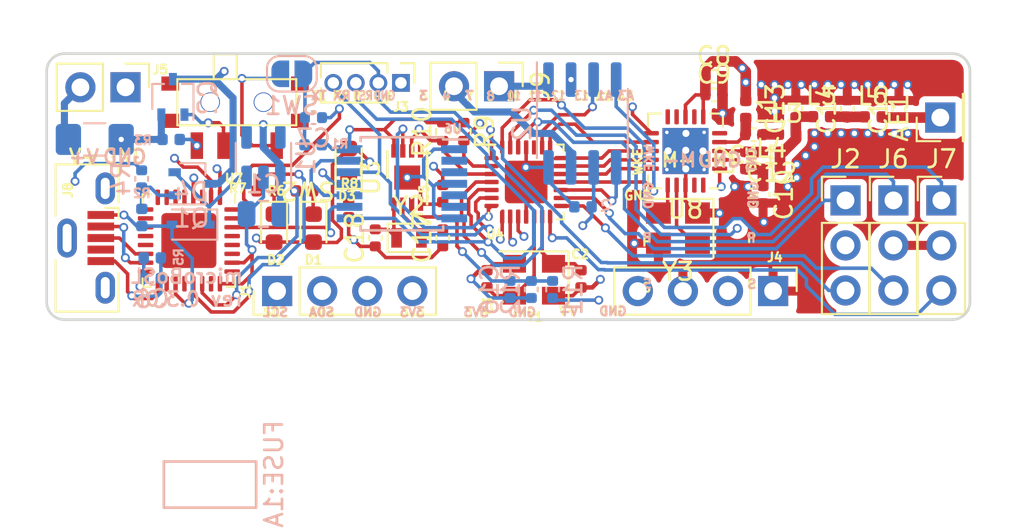
<source format=kicad_pcb>
(kicad_pcb (version 20211014) (generator pcbnew)
  (title_block (title "micro BoSL Board") (date "2022-06-09") (rev "0.3.0R"))
  (layers (0 "F.Cu" signal) (1 "In1.Cu" signal) (2 "In2.Cu" signal) (31 "B.Cu" signal) (34 "B.Paste" user) (35 "F.Paste" user) (36 "B.SilkS" user "B.Silkscreen") (37 "F.SilkS" user "F.Silkscreen") (38 "B.Mask" user) (39 "F.Mask" user) (44 "Edge.Cuts" user))
  (net 0 "")
  (net 1 "GND")
  (net 2 "V_3.3")
  (net 3 "Net-(C2-Pad2)")
  (net 4 "Net-(C3-Pad2)")
  (net 5 "VPP")
  (net 6 "TLL_RST")
  (net 7 "Net-(D3-Pad1)")
  (net 8 "USB_V")
  (net 9 "TLL_RX")
  (net 10 "TLL_TX")
  (net 11 "A1")
  (net 12 "A3")
  (net 13 "D7")
  (net 14 "SDA")
  (net 15 "SCL")
  (net 16 "AREF")
  (net 17 "USB_DM")
  (net 18 "USB_DP")
  (net 19 "Net-(D2-Pad1)")
  (net 20 "AND_RX")
  (net 21 "AND_TX")
  (net 22 "TTL_3.3V")
  (net 23 "Net-(R7-Pad2)")
  (net 24 "Net-(C10-Pad1)")
  (net 25 "Net-(C11-Pad1)")
  (net 26 "Net-(C7-Pad2)")
  (net 27 "Net-(D1-Pad1)")
  (net 28 "Hall_CNT_P")
  (net 29 "Hall_CNT_S")
  (net 30 "Hall_WKE_S")
  (net 31 "Hall_WKE_P")
  (net 32 "Net-(C11-Pad2)")
  (net 33 "Net-(C12-Pad1)")
  (net 34 "Net-(C12-Pad2)")
  (net 35 "Net-(C14-Pad1)")
  (net 36 "Net-(AE1-Pad1)")
  (net 37 "Net-(R6-Pad2)")
  (net 38 "RTC_I")
  (net 40 "SCLK")
  (net 41 "MISO")
  (net 42 "MOSI")
  (net 43 "SS")
  (net 44 "EN_RADIO")
  (net 45 "I_RADIO")
  (net 65 "Net-(U8-Pad16)")
  (net 66 "Net-(U8-Pad17)")
  (net 69 "VBAT")
  (net 70 "Net-(C16-Pad1)")
  (net 71 "Net-(C17-Pad2)")
  (net 72 "Net-(C18-Pad2)")
  (net 73 "Net-(D4-Pad1)")
  (net 74 "Net-(F1-Pad2)")
  (net 75 "Net-(J9-Pad1)")
  (net 76 "Net-(J9-Pad2)")
  (net 77 "Net-(Q1-Pad1)")
  (net 78 "Net-(Q2-Pad1)")
  (net 79 "Net-(R3-Pad1)")
  (net 82 "MFWD")
  (net 83 "MREV")
  (footprint "Capacitor_SMD:C_0402_1005Metric" (layer "F.Cu") (at 130.1 112.7 90)
    (fp_text reference "C2")
    (fp_text value "22 pF")
  )
  (footprint "Capacitor_SMD:C_0402_1005Metric" (layer "F.Cu") (at 124.8 112.7 -90)
    (fp_text reference "C3")
    (fp_text value "22 pF")
  )
  (footprint "Capacitor_SMD:C_0402_1005Metric" (layer "F.Cu") (at 122.31 107.89 -90)
    (fp_text reference "C5")
    (fp_text value "100 nF")
  )
  (footprint "LED_SMD:LED_0603_1608Metric" (layer "F.Cu") (at 115.025 109.84 -90)
    (fp_text reference "D1")
    (fp_text value "LED")
  )
  (footprint "LED_SMD:LED_0603_1608Metric" (layer "F.Cu") (at 112.81 109.84 -90)
    (fp_text reference "D2")
    (fp_text value "LED")
  )
  (footprint "LED_SMD:LED_0603_1608Metric" (layer "F.Cu") (at 117.01 106.14 90)
    (fp_text reference "D3")
    (fp_text value "LED")
  )
  (footprint "Connector_PinHeader_2.54mm:PinHeader_1x04_P2.54mm_Vertical" (layer "F.Cu") (at 112.98 113.39 90)
    (fp_text reference "J1")
    (fp_text value "Conn_01x04")
  )
  (footprint "Connector_PinHeader_2.54mm:PinHeader_1x04_P2.54mm_Vertical" (layer "F.Cu") (at 140.92 113.39 -90)
    (fp_text reference "J4")
    (fp_text value "Conn_01x04")
  )
  (footprint "Resistor_SMD:R_0402_1005Metric" (layer "F.Cu") (at 112.31 107.74 180)
    (fp_text reference "R7")
    (fp_text value "3.3 kΩ")
  )
  (footprint "Resistor_SMD:R_0402_1005Metric" (layer "F.Cu") (at 117.01 108.74 -90)
    (fp_text reference "R8")
    (fp_text value "3.3 kΩ")
  )
  (footprint "Connector_PinHeader_2.54mm:PinHeader_1x03_P2.54mm_Vertical" (layer "F.Cu") (at 145 108.275)
    (fp_text reference "J2")
    (fp_text value "Conn_01x03")
  )
  (footprint "Package_DFN_QFN:QFN-32-1EP_5x5mm_P0.5mm_EP3.1x3.1mm" (layer "F.Cu") (at 108.01 110.54 -90)
    (fp_text reference "U7")
    (fp_text value "FT232RQ")
  )
  (footprint "Connector_USB:USB_Micro-B_Molex-105133-0001" (layer "F.Cu") (at 102.225 110.4 -90)
    (fp_text reference "J8")
    (fp_text value "USB_B_Micro")
  )
  (footprint "Connector_PinHeader_2.54mm:PinHeader_1x03_P2.54mm_Vertical" (layer "F.Cu") (at 150.4 108.275)
    (fp_text reference "J7")
    (fp_text value "Conn_01x03")
  )
  (footprint "Resistor_SMD:R_0402_1005Metric" (layer "F.Cu") (at 114.525 107.74 180)
    (fp_text reference "R6")
    (fp_text value "3.3 kΩ")
  )
  (footprint "Package_DFN_QFN:DFN-8-1EP_3x2mm_P0.5mm_EP1.36x1.46mm" (layer "F.Cu") (at 120.31 106.99 90)
    (fp_text reference "U3")
    (fp_text value "MCP7940N-xMNY")
  )
  (footprint "Crystal:Crystal_SMD_EuroQuartz_MT-4Pin_3.2x2.5mm" (layer "F.Cu") (at 127.45 112.75 180)
    (fp_text reference "Y1")
    (fp_text value "8MHz")
  )
  (footprint "Connector_PinHeader_1.27mm:PinHeader_1x04_P1.27mm_Vertical" (layer "F.Cu") (at 119.955 101.65 -90)
    (fp_text reference "J3")
    (fp_text value "Conn_01x04")
  )
  (footprint "Connector_PinHeader_2.54mm:PinHeader_1x03_P2.54mm_Vertical" (layer "F.Cu") (at 147.7 108.275)
    (fp_text reference "J6")
    (fp_text value "Conn_01x03")
  )
  (footprint "Crystal:Crystal_SMD_2012-2Pin_2.0x1.2mm" (layer "F.Cu") (at 120.41 110.39)
    (fp_text reference "Y2")
    (fp_text value " 32.768 kHz")
  )
  (footprint "Package_DFN_QFN:QFN-28-1EP_4x4mm_P0.45mm_EP2.4x2.4mm" (layer "F.Cu") (at 127.01 107.24 90)
    (fp_text reference "U4")
    (fp_text value "ATmega328-MMH")
  )
  (footprint "Connector_PinHeader_2.54mm:PinHeader_1x02_P2.54mm_Vertical" (layer "F.Cu") (at 104.44 101.9 -90)
    (fp_text reference "J5")
    (fp_text value "Conn_01x02")
  )
  (footprint "Resistor_SMD:R_0402_1005Metric" (layer "F.Cu") (at 123.5 104.4 -90)
    (fp_text reference "R9")
    (fp_text value "10 kΩ")
  )
  (footprint "Capacitor_SMD:C_0402_1005Metric" (layer "F.Cu") (at 140.83 105.55 180)
    (fp_text reference "C12")
    (fp_text value "5.1 pF")
  )
  (footprint "Resistor_SMD:R_0402_1005Metric" (layer "F.Cu") (at 122.31 104.4 90)
    (fp_text reference "R10")
    (fp_text value "10 kΩ")
  )
  (footprint "Capacitor_SMD:C_0402_1005Metric" (layer "F.Cu") (at 118.51 110.39 90)
    (fp_text reference "C18")
    (fp_text value "15 pF")
  )
  (footprint "Inductor_SMD:L_0402_1005Metric" (layer "F.Cu") (at 141.73 104.55)
    (fp_text reference "L3")
    (fp_text value "24 nH")
  )
  (footprint "Inductor_SMD:L_0402_1005Metric" (layer "F.Cu") (at 143.65 103.555)
    (fp_text reference "L5")
    (fp_text value "12 nH")
  )
  (footprint "Inductor_SMD:L_0402_1005Metric" (layer "F.Cu") (at 140.83 106.525)
    (fp_text reference "L4")
    (fp_text value "27 nH")
  )
  (footprint "SIMFootprints:EG1215AA" (layer "F.Cu") (at 110.71 102.74 180)
    (fp_text reference "SW2")
    (fp_text value "EG1215AA")
  )
  (footprint "Capacitor_SMD:C_0402_1005Metric" (layer "F.Cu") (at 137.59 102.33)
    (fp_text reference "C9")
    (fp_text value "100 nF")
  )
  (footprint "Capacitor_SMD:C_0402_1005Metric" (layer "F.Cu") (at 122.31 110.39 90)
    (fp_text reference "C17")
    (fp_text value "15 pF")
  )
  (footprint "Capacitor_SMD:C_0402_1005Metric" (layer "F.Cu") (at 145.1 103.115 90)
    (fp_text reference "C14")
    (fp_text value "18 pF")
  )
  (footprint "Inductor_SMD:L_0402_1005Metric" (layer "F.Cu") (at 139.38 106.025 90)
    (fp_text reference "L2")
    (fp_text value "68 nH")
  )
  (footprint "Package_DFN_QFN:QFN-20-1EP_4x4mm_P0.5mm_EP2.6x2.6mm_ThermalVias" (layer "F.Cu") (at 135.985 105.49 180)
    (fp_text reference "U8")
    (fp_text value "Si4463")
  )
  (footprint "Crystal:Crystal_SMD_Abracon_ABM8G-4Pin_3.2x2.5mm" (layer "F.Cu") (at 135.56 109.84 180)
    (fp_text reference "Y3")
    (fp_text value "30 MHz")
  )
  (footprint "Connector_PinHeader_2.54mm:PinHeader_1x01_P2.54mm_Vertical" (layer "F.Cu") (at 150.34 103.605 90)
    (fp_text reference "AE1")
    (fp_text value "Antenna")
  )
  (footprint "Capacitor_SMD:C_0402_1005Metric" (layer "F.Cu") (at 148.01 103.125 90)
    (fp_text reference "C15")
    (fp_text value "9.1 pF")
  )
  (footprint "Capacitor_SMD:C_0402_1005Metric" (layer "F.Cu") (at 139.83 104.575 180)
    (fp_text reference "C11")
    (fp_text value "6.8 pF")
  )
  (footprint "Capacitor_SMD:C_0402_1005Metric" (layer "F.Cu") (at 140.355 107.95 -90)
    (fp_text reference "C10")
    (fp_text value "5.1 pF")
  )
  (footprint "Inductor_SMD:L_0402_1005Metric" (layer "F.Cu") (at 139.38 103.15 -90)
    (fp_text reference "L1")
    (fp_text value "220 nH")
  )
  (footprint "Inductor_SMD:L_0402_1005Metric" (layer "F.Cu") (at 146.56 103.565)
    (fp_text reference "L6")
    (fp_text value "12 nH")
  )
  (footprint "Connector_PinHeader_2.54mm:PinHeader_1x02_P2.54mm_Vertical" (layer "F.Cu") (at 125.485 101.84 -90)
    (fp_text reference "J9")
    (fp_text value "MOTOR_OUT")
  )
  (footprint "Capacitor_SMD:C_0402_1005Metric" (layer "F.Cu") (at 142.2 103.105 90)
    (fp_text reference "C13")
    (fp_text value "12 pF")
  )
  (footprint "Capacitor_SMD:C_0402_1005Metric" (layer "F.Cu") (at 137.585 101.29)
    (fp_text reference "C8")
    (fp_text value "100 pF")
  )
  (footprint "Capacitor_SMD:C_0805_2012Metric" (layer "B.Cu") (at 112.21 109.04 180)
    (fp_text reference "C1")
    (fp_text value "2.2 μF")
  )
  (footprint "Capacitor_SMD:C_0402_1005Metric" (layer "B.Cu") (at 130.21 108.64)
    (fp_text reference "C4")
    (fp_text value "100 nF")
  )
  (footprint "Capacitor_SMD:C_0402_1005Metric" (layer "B.Cu") (at 105.95 112.67)
    (fp_text reference "C6")
    (fp_text value "100 nF")
  )
  (footprint "Capacitor_SMD:C_0402_1005Metric" (layer "B.Cu") (at 115.03 103.61)
    (fp_text reference "C7")
    (fp_text value "100 nF")
  )
  (footprint "Package_TO_SOT_SMD:SOT-323_SC-70" (layer "B.Cu") (at 108.21 107.34)
    (fp_text reference "Q1")
    (fp_text value "DMP2165UW")
  )
  (footprint "Resistor_SMD:R_0402_1005Metric" (layer "B.Cu") (at 115.01 105.14 180)
    (fp_text reference "R1")
    (fp_text value "10 kΩ")
  )
  (footprint "Resistor_SMD:R_0402_1005Metric" (layer "B.Cu") (at 105.36 109.24 -90)
    (fp_text reference "R2")
    (fp_text value "10 kΩ")
  )
  (footprint "Capacitor_SMD:C_0402_1005Metric" (layer "B.Cu") (at 105.35 107.06 -90)
    (fp_text reference "R4")
    (fp_text value "4.7 MΩ")
  )
  (footprint "Resistor_SMD:R_0402_1005Metric" (layer "B.Cu") (at 105.95 111.52)
    (fp_text reference "R5")
    (fp_text value "10 kΩ")
  )
  (footprint "Jumper:SolderJumper-2_P1.3mm_Open_RoundedPad1.0x1.5mm" (layer "B.Cu") (at 113.81 101.14)
    (fp_text reference "SW1")
    (fp_text value "RST")
  )
  (footprint "Package_SO:TSSOP-14_4.4x5mm_P0.65mm" (layer "B.Cu") (at 120.01 107.34 180)
    (fp_text reference "U6")
    (fp_text value "74HC126PW-Q100")
  )
  (footprint "Package_SO:SOIC-8_3.9x4.9mm_P1.27mm" (layer "B.Cu") (at 130.175 103.94 -90)
    (fp_text reference "U2")
    (fp_text value "ZXBM5210-S")
  )
  (footprint "Resistor_SMD:R_0402_1005Metric" (layer "B.Cu") (at 107.01 104.84 180)
    (fp_text reference "R3")
    (fp_text value "10 kΩ")
  )
  (footprint "Package_TO_SOT_SMD:SOT-23-5" (layer "B.Cu") (at 112.21 105.84 90)
    (fp_text reference "U1")
    (fp_text value "TPS709A33DBVT")
  )
  (footprint "Fuse:Fuse_1206_3216Metric_Pad1.42x1.75mm_HandSolder" (layer "B.Cu") (at 102.71 104.84 180)
    (fp_text reference "F1" hide)
    (fp_text value "1A")
  )
  (footprint "Package_TO_SOT_SMD:SOT-323_SC-70" (layer "B.Cu") (at 107.11 102.44 90)
    (fp_text reference "Q2")
    (fp_text value "DMP2165UW")
  )
  (footprint "Capacitor_SMD:C_0402_1005Metric" (layer "B.Cu") (at 127.3 113.3 -90)
    (fp_text reference "R12")
    (fp_text value "4.7 MΩ")
  )
  (footprint "Capacitor_SMD:C_0402_1005Metric" (layer "B.Cu") (at 128.5 113.3 90)
    (fp_text reference "R11")
    (fp_text value "4.7 MΩ")
  )
  (footprint "Diode_SMD:D_SOD-323" (layer "B.Cu") (at 108.11 109.64 180)
    (fp_text reference "D4")
    (fp_text value "CUS08F30,H3F")
  )
  (footprint "Capacitor_SMD:C_0402_1005Metric" (layer "B.Cu") (at 126.1 113.3 -90)
    (fp_text reference "C16")
    (fp_text value "100 nF")
  )
  (gr_line (start 106.6 123) (end 111.8 123) (layer "B.SilkS") (width 0.15))
  (gr_line (start 111.8 125.6) (end 106.6 125.6) (layer "B.SilkS") (width 0.15))
  (gr_line (start 111.8 123) (end 111.8 125.6) (layer "B.SilkS") (width 0.15))
  (gr_line (start 106.6 125.6) (end 106.6 123) (layer "B.SilkS") (width 0.15))
  (gr_arc (start 151.01 100) (mid 151.717107 100.292893) (end 152.01 101) (layer "Edge.Cuts") (width 0.15))
  (gr_line (start 100 101) (end 100 114) (layer "Edge.Cuts") (width 0.15))
  (gr_arc (start 101 115) (mid 100.292893 114.707107) (end 100 114) (layer "Edge.Cuts") (width 0.15))
  (gr_line (start 101 100) (end 151.01 100) (layer "Edge.Cuts") (width 0.15))
  (gr_line (start 152.01 101) (end 152.01 114) (layer "Edge.Cuts") (width 0.15))
  (gr_arc (start 100 101) (mid 100.292893 100.292893) (end 101 100) (layer "Edge.Cuts") (width 0.15))
  (gr_arc (start 152.01 114) (mid 151.717107 114.707107) (end 151.01 115) (layer "Edge.Cuts") (width 0.15))
  (gr_line (start 101 115) (end 151.01 115) (layer "Edge.Cuts") (width 0.15))
  (gr_text "GND" (at 126.79 114.58) (layer "B.SilkS") (effects (font (size 0.5 0.5) (thickness 0.125)) (justify mirror)))
  (gr_text "SDA" (at 115.49 114.58) (layer "B.SilkS") (effects (font (size 0.5 0.5) (thickness 0.125)) (justify mirror)))
  (gr_text "GND" (at 131.9 114.53) (layer "B.SilkS") (effects (font (size 0.5 0.5) (thickness 0.125)) (justify mirror)))
  (gr_text "GND" (at 118.09 114.58) (layer "B.SilkS") (effects (font (size 0.5 0.5) (thickness 0.125)) (justify mirror)))
  (gr_text "3V3" (at 120.59 114.58) (layer "B.SilkS") (effects (font (size 0.5 0.5) (thickness 0.125)) (justify mirror)))
  (gr_text "SCL" (at 112.89 114.58) (layer "B.SilkS") (effects (font (size 0.5 0.5) (thickness 0.125)) (justify mirror)))
  (gr_text "V+" (at 129.4 114.53) (layer "B.SilkS") (effects (font (size 0.5 0.5) (thickness 0.125)) (justify mirror)))
  (gr_text "3V3" (at 124.19 114.58) (layer "B.SilkS") (effects (font (size 0.5 0.5) (thickness 0.125)) (justify mirror)))
  (gr_text "S" (at 139.72 113) (layer "B.SilkS") (effects (font (size 0.5 0.5) (thickness 0.125)) (justify mirror)))
  (gr_text "P" (at 139.68 110.4) (layer "B.SilkS") (effects (font (size 0.5 0.5) (thickness 0.125)) (justify mirror)))
  (gr_text "P" (at 133.83 110.39) (layer "B.SilkS") (effects (font (size 0.5 0.5) (thickness 0.125)) (justify mirror)))
  (gr_text "GND" (at 139.83 107.98 90) (layer "B.SilkS") (effects (font (size 0.5 0.5) (thickness 0.125)) (justify mirror)))
  (gr_text "GND" (at 133.91 107.99 90) (layer "B.SilkS") (effects (font (size 0.5 0.5) (thickness 0.125)) (justify mirror)))
  (gr_text "CNT" (at 139.73 106 90) (layer "B.SilkS") (effects (font (size 0.5 0.5) (thickness 0.125)) (justify mirror)))
  (gr_text "WKE" (at 133.95 105.89 90) (layer "B.SilkS") (effects (font (size 0.5 0.5) (thickness 0.125)) (justify mirror)))
  (gr_text "GND" (at 137.93 106) (layer "B.SilkS") (effects (font (size 0.8 0.8)) (justify mirror)))
  (gr_text "M-" (at 135.63 106) (layer "B.SilkS") (effects (font (size 0.8 0.8)) (justify mirror)))
  (gr_text "12" (at 128.83 102.37) (layer "B.SilkS") (effects (font (size 0.5 0.4) (thickness 0.1)) (justify mirror)))
  (gr_text "7" (at 123.83 102.37) (layer "B.SilkS") (effects (font (size 0.5 0.5) (thickness 0.125)) (justify mirror)))
  (gr_text "GND" (at 119.03 102.37) (layer "B.SilkS") (effects (font (size 0.5 0.4) (thickness 0.1)) (justify mirror)))
  (gr_text "TX" (at 115.33 102.37) (layer "B.SilkS") (effects (font (size 0.5 0.5) (thickness 0.125)) (justify mirror)))
  (gr_text "8" (at 125.03 102.37) (layer "B.SilkS") (effects (font (size 0.5 0.5) (thickness 0.1)) (justify mirror)))
  (gr_text "A1" (at 131.43 102.37) (layer "B.SilkS") (effects (font (size 0.5 0.5) (thickness 0.125)) (justify mirror)))
  (gr_text "13" (at 130.13 102.37) (layer "B.SilkS") (effects (font (size 0.5 0.4) (thickness 0.1)) (justify mirror)))
  (gr_text "RST" (at 117.83 102.37) (layer "B.SilkS") (effects (font (size 0.5 0.4) (thickness 0.1)) (justify mirror)))
  (gr_text "A3" (at 132.63 102.37) (layer "B.SilkS") (effects (font (size 0.5 0.5) (thickness 0.125)) (justify mirror)))
  (gr_text "11" (at 127.53 102.37) (layer "B.SilkS") (effects (font (size 0.5 0.4) (thickness 0.1)) (justify mirror)))
  (gr_text "4" (at 122.53 102.37) (layer "B.SilkS") (effects (font (size 0.5 0.5) (thickness 0.125)) (justify mirror)))
  (gr_text "10" (at 126.33 102.37) (layer "B.SilkS") (effects (font (size 0.5 0.4) (thickness 0.1)) (justify mirror)))
  (gr_text "3" (at 121.23 102.37) (layer "B.SilkS") (effects (font (size 0.5 0.5) (thickness 0.125)) (justify mirror)))
  (gr_text "RX" (at 116.63 102.37) (layer "B.SilkS") (effects (font (size 0.5 0.5) (thickness 0.125)) (justify mirror)))
  (gr_text "GND" (at 104.4 105.83) (layer "B.SilkS") (effects (font (size 0.8 0.8)) (justify mirror)))
  (gr_text "V+" (at 102.1 105.83) (layer "B.SilkS") (effects (font (size 0.8 0.8)) (justify mirror)))
  (gr_text "S" (at 133.83 112.98) (layer "B.SilkS") (effects (font (size 0.5 0.5) (thickness 0.125)) (justify mirror)))
  (gr_text "microBoSL\nrev 0.3.0R" (at 107.9 113.2) (layer "B.SilkS") (effects (font (size 0.8 0.8)) (justify mirror)))
  (gr_text "FUSE:1A" (at 112.8 123.7 90) (layer "B.SilkS") (effects (font (size 1 1)) (justify mirror)))
  (gr_text "RX" (at 116.6 102.4) (layer "F.SilkS") (effects (font (size 0.5 0.5) (thickness 0.125))))
  (gr_text "RST" (at 117.8 102.4) (layer "F.SilkS") (effects (font (size 0.5 0.4) (thickness 0.1))))
  (gr_text "GND" (at 119 102.4) (layer "F.SilkS") (effects (font (size 0.5 0.4) (thickness 0.1))))
  (gr_text "4" (at 122.5 102.4) (layer "F.SilkS") (effects (font (size 0.5 0.5) (thickness 0.125))))
  (gr_text "7" (at 123.8 102.4) (layer "F.SilkS") (effects (font (size 0.5 0.5) (thickness 0.125))))
  (gr_text "8" (at 125 102.4) (layer "F.SilkS") (effects (font (size 0.5 0.5) (thickness 0.1))))
  (gr_text "10" (at 126.3 102.4) (layer "F.SilkS") (effects (font (size 0.5 0.4) (thickness 0.1))))
  (gr_text "11" (at 127.5 102.4) (layer "F.SilkS") (effects (font (size 0.5 0.4) (thickness 0.1))))
  (gr_text "12" (at 128.8 102.4) (layer "F.SilkS") (effects (font (size 0.5 0.4) (thickness 0.1))))
  (gr_text "13" (at 130.1 102.4) (layer "F.SilkS") (effects (font (size 0.5 0.4) (thickness 0.1))))
  (gr_text "A1" (at 131.4 102.4) (layer "F.SilkS") (effects (font (size 0.5 0.5) (thickness 0.125))))
  (gr_text "A3" (at 132.6 102.4) (layer "F.SilkS") (effects (font (size 0.5 0.5) (thickness 0.125))))
  (gr_text "M-" (at 135.6 106) (layer "F.SilkS") (effects (font (size 0.8 0.8))))
  (gr_text "GND" (at 137.9 106) (layer "F.SilkS") (effects (font (size 0.8 0.8))))
  (gr_text "CNT" (at 139.7 106 90) (layer "F.SilkS") (effects (font (size 0.5 0.5) (thickness 0.125))))
  (gr_text "GND" (at 133.3 108) (layer "F.SilkS") (effects (font (size 0.5 0.5) (thickness 0.125))))
  (gr_text "P" (at 133.8 110.6) (layer "F.SilkS") (effects (font (size 0.5 0.5) (thickness 0.125))))
  (gr_text "S" (at 133.8 113.2) (layer "F.SilkS") (effects (font (size 0.5 0.5) (thickness 0.125))))
  (gr_text "S" (at 139.7 113) (layer "F.SilkS") (effects (font (size 0.5 0.5) (thickness 0.125))))
  (gr_text "GND" (at 139.8 108 90) (layer "F.SilkS") (effects (font (size 0.5 0.5) (thickness 0.125))))
  (gr_text "P" (at 139.7 110.4) (layer "F.SilkS") (effects (font (size 0.5 0.5) (thickness 0.125))))
  (gr_text "GND" (at 131.9 114.5) (layer "F.SilkS") (effects (font (size 0.5 0.5) (thickness 0.125))))
  (gr_text "V+" (at 129.4 114.5) (layer "F.SilkS") (effects (font (size 0.5 0.5) (thickness 0.125))))
  (gr_text "GND" (at 126.8 114.6) (layer "F.SilkS") (effects (font (size 0.5 0.5) (thickness 0.125))))
  (gr_text "3V3" (at 124.2 114.6) (layer "F.SilkS") (effects (font (size 0.5 0.5) (thickness 0.125))))
  (gr_text "3V3" (at 120.6 114.6) (layer "F.SilkS") (effects (font (size 0.5 0.5) (thickness 0.125))))
  (gr_text "GND" (at 118.1 114.6) (layer "F.SilkS") (effects (font (size 0.5 0.5) (thickness 0.125))))
  (gr_text "SDA" (at 115.5 114.6) (layer "F.SilkS") (effects (font (size 0.5 0.5) (thickness 0.125))))
  (gr_text "SCL" (at 112.9 114.6) (layer "F.SilkS") (effects (font (size 0.5 0.5) (thickness 0.125))))
  (gr_text "GND" (at 104.4 105.8) (layer "F.SilkS") (effects (font (size 0.8 0.8))))
  (gr_text "3" (at 121.2 102.4) (layer "F.SilkS") (effects (font (size 0.5 0.5) (thickness 0.125))))
  (gr_text "TX" (at 115.3 102.4) (layer "F.SilkS") (effects (font (size 0.5 0.5) (thickness 0.125))))
  (gr_text "V+" (at 102.1 105.8) (layer "F.SilkS") (effects (font (size 0.8 0.8))))
  (gr_text "WKE" (at 133.3 106.1 90) (layer "F.SilkS") (effects (font (size 0.5 0.5) (thickness 0.125))))
  (segment (start 122.195 108.49) (end 122.31 108.375) (width 0.2) (layer "F.Cu") (net 1))
  (segment (start 127.01 106.43) (end 126.99 106.41) (width 0.25) (layer "F.Cu") (net 1))
  (segment (start 138.065 101.29) (end 138.065 102.325) (width 0.6) (layer "F.Cu") (net 1))
  (segment (start 124.385 112.215) (end 123.9 112.7) (width 0.25) (layer "F.Cu") (net 1))
  (segment (start 106.26 113.48) (end 106.26 112.9775) (width 0.2) (layer "F.Cu") (net 1))
  (segment (start 119.1 111.5) (end 119.1 111.50048) (width 0.2) (layer "F.Cu") (net 1))
  (segment (start 111.5703 111.0604) (end 111.5703 112.4297) (width 0.2) (layer "F.Cu") (net 1))
  (segment (start 130.735 113.185) (end 130.1 113.185) (width 0.25) (layer "F.Cu") (net 1))
  (segment (start 117.01 110.21) (end 117.01 109.225) (width 0.2) (layer "F.Cu") (net 1))
  (segment (start 121.06 108.49) (end 122.195 108.49) (width 0.2) (layer "F.Cu") (net 1))
  (segment (start 118.51 110.91) (end 119.1 111.5) (width 0.2) (layer "F.Cu") (net 1))
  (segment (start 104.792039 113.658316) (end 104.943723 113.81) (width 0.2) (layer "F.Cu") (net 1))
  (segment (start 135.985 107.415) (end 135.985 108.315) (width 0.2) (layer "F.Cu") (net 1))
  (segment (start 111 104.6) (end 111 101.4) (width 0.2) (layer "F.Cu") (net 1))
  (segment (start 136.66 108.99) (end 137.89 108.99) (width 0.4) (layer "F.Cu") (net 1))
  (segment (start 126.99 106.41) (end 127.01 106.39) (width 0.2) (layer "F.Cu") (net 1))
  (segment (start 124.8 112.215) (end 124.385 112.215) (width 0.25) (layer "F.Cu") (net 1))
  (segment (start 140.355 108.43) (end 140.355 109.455) (width 0.4) (layer "F.Cu") (net 1))
  (segment (start 117.67 110.87) (end 117.3 110.5) (width 0.2) (layer "F.Cu") (net 1))
  (segment (start 126.35 111.85) (end 125.165 111.85) (width 0.2) (layer "F.Cu") (net 1))
  (segment (start 129.635 113.65) (end 130.1 113.185) (width 0.2) (layer "F.Cu") (net 1))
  (segment (start 121.06 107.74) (end 120.31 106.99) (width 0.2) (layer "F.Cu") (net 1))
  (segment (start 131.19 112.73) (end 130.735 113.185) (width 0.25) (layer "F.Cu") (net 1))
  (segment (start 111.5703 111.3297) (end 111.11 111.79) (width 0.2) (layer "F.Cu") (net 1))
  (segment (start 108.288556 107.011444) (end 108.26 107.04) (width 0.2) (layer "F.Cu") (net 1))
  (segment (start 138.07 102.33) (end 138.07 103.37) (width 0.6) (layer "F.Cu") (net 1))
  (segment (start 136 106.5) (end 136 107.4) (width 0.2) (layer "F.Cu") (net 1))
  (segment (start 104.56 112.42) (end 103.84 111.7) (width 0.2) (layer "F.Cu") (net 1))
  (segment (start 111.5703 111.0604) (end 111.5703 111.3297) (width 0.2) (layer "F.Cu") (net 1))
  (segment (start 118.51 110.87) (end 117.67 110.87) (width 0.2) (layer "F.Cu") (net 1))
  (segment (start 133.11 110.69) (end 133.1 110.7) (width 0.4) (layer "F.Cu") (net 1))
  (segment (start 121.06 108.49) (end 121.06 107.74) (width 0.2) (layer "F.Cu") (net 1))
  (segment (start 127.01 109.19) (end 127.01 107.24) (width 0.2) (layer "F.Cu") (net 1))
  (segment (start 138.065 102.325) (end 138.07 102.33) (width 0.6) (layer "F.Cu") (net 1))
  (segment (start 136 107.4) (end 135.985 107.415) (width 0.2) (layer "F.Cu") (net 1))
  (segment (start 103.84 111.7) (end 103.05 111.7) (width 0.2) (layer "F.Cu") (net 1))
  (segment (start 134.46 110.69) (end 133.11 110.69) (width 0.4) (layer "F.Cu") (net 1))
  (segment (start 104.56 113.426277) (end 104.56 112.42) (width 0.2) (layer "F.Cu") (net 1))
  (segment (start 103.05 111.7) (end 102.5 111.7) (width 0.2) (layer "F.Cu") (net 1))
  (segment (start 105.93 113.81) (end 106.26 113.48) (width 0.2) (layer "F.Cu") (net 1))
  (segment (start 127.01 108.19) (end 127.01 106.43) (width 0.25) (layer "F.Cu") (net 1))
  (segment (start 137.89 108.99) (end 137.9 109) (width 0.4) (layer "F.Cu") (net 1))
  (segment (start 111.5703 112.4297) (end 111.0225 112.9775) (width 0.2) (layer "F.Cu") (net 1))
  (segment (start 104.943723 113.81) (end 105.93 113.81) (width 0.2) (layer "F.Cu") (net 1))
  (segment (start 127.01 106.39) (end 127.01 105.29) (width 0.2) (layer "F.Cu") (net 1))
  (segment (start 119.1 111.50048) (end 121.67952 111.50048) (width 0.2) (layer "F.Cu") (net 1))
  (segment (start 111.0225 112.9775) (end 109.76 112.9775) (width 0.2) (layer "F.Cu") (net 1))
  (segment (start 112.96 105.19) (end 111.59 105.19) (width 0.2) (layer "F.Cu") (net 1))
  (segment (start 104.792039 113.658316) (end 104.56 113.426277) (width 0.2) (layer "F.Cu") (net 1))
  (segment (start 111.59 105.19) (end 111 104.6) (width 0.2) (layer "F.Cu") (net 1))
  (segment (start 125.165 111.85) (end 124.8 112.215) (width 0.2) (layer "F.Cu") (net 1))
  (segment (start 121.67952 111.50048) (end 122.31 110.87) (width 0.2) (layer "F.Cu") (net 1))
  (segment (start 134.46 110.69) (end 134.41 110.69) (width 0.4) (layer "F.Cu") (net 1))
  (segment (start 135.985 108.315) (end 136.66 108.99) (width 0.2) (layer "F.Cu") (net 1))
  (segment (start 128.55 113.65) (end 129.635 113.65) (width 0.2) (layer "F.Cu") (net 1))
  (segment (start 118.51 110.87) (end 118.51 110.91) (width 0.2) (layer "F.Cu") (net 1))
  (segment (start 108.26 107.04) (end 108.26 108.1025) (width 0.2) (layer "F.Cu") (net 1))
  (segment (start 117.3 110.5) (end 117.01 110.21) (width 0.2) (layer "F.Cu") (net 1))
  (segment (start 111.11 111.79) (end 110.4475 111.79) (width 0.2) (layer "F.Cu") (net 1))
  (segment (start 140.355 109.455) (end 140.4 109.5) (width 0.4) (layer "F.Cu") (net 1))
  (via (at 146.25 104.5) (size 0.5) (drill 0.3) (layers "F.Cu" "B.Cu") (net 1))
  (via (at 135.01 105.48) (size 0.6) (drill 0.4) (layers "F.Cu" "B.Cu") (net 1))
  (via (at 142.5 101.75) (size 0.5) (drill 0.3) (layers "F.Cu" "B.Cu") (net 1))
  (via (at 147 104.5) (size 0.5) (drill 0.3) (layers "F.Cu" "B.Cu") (net 1))
  (via (at 120.31 106.99) (size 0.5) (drill 0.3) (layers "F.Cu" "B.Cu") (net 1))
  (via (at 145.5 101.75) (size 0.5) (drill 0.3) (layers "F.Cu" "B.Cu") (net 1))
  (via (at 144.75 104.5) (size 0.5) (drill 0.3) (layers "F.Cu" "B.Cu") (net 1))
  (via (at 145.5 104.5) (size 0.5) (drill 0.3) (layers "F.Cu" "B.Cu") (net 1))
  (via (at 146.25 101.75) (size 0.5) (drill 0.3) (layers "F.Cu" "B.Cu") (net 1))
  (via (at 136.97 105.49) (size 0.6) (drill 0.4) (layers "F.Cu" "B.Cu") (net 1))
  (via (at 141 101.75) (size 0.5) (drill 0.3) (layers "F.Cu" "B.Cu") (net 1))
  (via (at 142.25 107) (size 0.5) (drill 0.3) (layers "F.Cu" "B.Cu") (net 1))
  (via (at 142.25 106.25) (size 0.5) (drill 0.3) (layers "F.Cu" "B.Cu") (net 1))
  (via (at 117.3 110.5) (size 0.5) (drill 0.3) (layers "F.Cu" "B.Cu") (net 1))
  (via (at 137.9 109) (size 0.5) (drill 0.3) (layers "F.Cu" "B.Cu") (net 1))
  (via (at 111.5703 111.0604) (size 0.5) (drill 0.3) (layers "F.Cu" "B.Cu") (net 1))
  (via (at 142.75 105.75) (size 0.5) (drill 0.3) (layers "F.Cu" "B.Cu") (net 1))
  (via (at 123.9 112.7) (size 0.5) (drill 0.3) (layers "F.Cu" "B.Cu") (net 1))
  (via (at 148.5 104.5) (size 0.5) (drill 0.3) (layers "F.Cu" "B.Cu") (net 1))
  (via (at 136 106.5) (size 0.6) (drill 0.4) (layers "F.Cu" "B.Cu") (net 1))
  (via (at 136 105.45) (size 0.6) (drill 0.4) (layers "F.Cu" "B.Cu") (net 1))
  (via (at 140.4 109.5) (size 0.5) (drill 0.3) (layers "F.Cu" "B.Cu") (net 1))
  (via (at 126.99 106.41) (size 0.5) (drill 0.3) (layers "F.Cu" "B.Cu") (net 1))
  (via (at 143.25 104.5) (size 0.5) (drill 0.3) (layers "F.Cu" "B.Cu") (net 1))
  (via (at 141 103.25) (size 0.5) (drill 0.3) (layers "F.Cu" "B.Cu") (net 1))
  (via (at 131.19 112.73) (size 0.5) (drill 0.3) (layers "F.Cu" "B.Cu") (net 1))
  (via (at 147.75 101.75) (size 0.5) (drill 0.3) (layers "F.Cu" "B.Cu") (net 1))
  (via (at 101.6 107.2) (size 0.5) (drill 0.3) (layers "F.Cu" "B.Cu") (net 1))
  (via (at 143.25 101.75) (size 0.5) (drill 0.3) (layers "F.Cu" "B.Cu") (net 1))
  (via (at 138.75 107.5) (size 0.5) (drill 0.3) (layers "F.Cu" "B.Cu") (net 1))
  (via (at 140.25 101.75) (size 0.5) (drill 0.3) (layers "F.Cu" "B.Cu") (net 1))
  (via (at 144.75 101.75) (size 0.5) (drill 0.3) (layers "F.Cu" "B.Cu") (net 1))
  (via (at 111 101.4) (size 0.5) (drill 0.3) (layers "F.Cu" "B.Cu") (net 1))
  (via (at 141.75 107.5) (size 0.5) (drill 0.3) (layers "F.Cu" "B.Cu") (net 1))
  (via (at 104.792039 113.658316) (size 0.5) (drill 0.3) (layers "F.Cu" "B.Cu") (net 1))
  (via (at 133.1 110.7) (size 0.5) (drill 0.3) (layers "F.Cu" "B.Cu") (net 1))
  (via (at 147 101.75) (size 0.5) (drill 0.3) (layers "F.Cu" "B.Cu") (net 1))
  (via (at 141.75 101.75) (size 0.5) (drill 0.3) (layers "F.Cu" "B.Cu") (net 1))
  (via (at 147.75 104.5) (size 0.5) (drill 0.3) (layers "F.Cu" "B.Cu") (net 1))
  (via (at 141 102.5) (size 0.5) (drill 0.3) (layers "F.Cu" "B.Cu") (net 1))
  (via (at 143.25 105.25) (size 0.5) (drill 0.3) (layers "F.Cu" "B.Cu") (net 1))
  (via (at 136.01 104.5) (size 0.6) (drill 0.4) (layers "F.Cu" "B.Cu") (net 1))
  (via (at 138.07 103.37) (size 0.5) (drill 0.3) (layers "F.Cu" "B.Cu") (net 1))
  (via (at 144 104.5) (size 0.5) (drill 0.3) (layers "F.Cu" "B.Cu") (net 1))
  (via (at 108.288556 107.011444) (size 0.5) (drill 0.3) (layers "F.Cu" "B.Cu") (net 1))
  (via (at 148.5 101.75) (size 0.5) (drill 0.3) (layers "F.Cu" "B.Cu") (net 1))
  (via (at 144 101.75) (size 0.5) (drill 0.3) (layers "F.Cu" "B.Cu") (net 1))
  (via (at 139.5 107.5) (size 0.5) (drill 0.3) (layers "F.Cu" "B.Cu") (net 1))
  (segment (start 126.1 113.78) (end 124.98 113.78) (width 0.2) (layer "B.Cu") (net 1))
  (segment (start 104.792039 113.658316) (end 105.001689 113.658316) (width 0.2) (layer "B.Cu") (net 1))
  (segment (start 111.5703 111.0604) (end 111.26 110.7501) (width 0.2) (layer "B.Cu") (net 1))
  (segment (start 126.995 106.415) (end 128.27 106.415) (width 0.2) (layer "B.Cu") (net 1))
  (segment (start 106.435 111.52) (end 106.435 112.665) (width 0.2) (layer "B.Cu") (net 1))
  (segment (start 122.96 105.39) (end 121.814119 105.39) (width 0.2) (layer "B.Cu") (net 1))
  (segment (start 121.238215 106.938215) (end 121.8 107.5) (width 0.2) (layer "B.Cu") (net 1))
  (segment (start 124.98 113.78) (end 123.9 112.7) (width 0.2) (layer "B.Cu") (net 1))
  (segment (start 106.435 112.665) (end 106.43 112.67) (width 0.2) (layer "B.Cu") (net 1))
  (segment (start 121.96 107.34) (end 122.96 107.34) (width 0.2) (layer "B.Cu") (net 1))
  (segment (start 106.230489 113.679511) (end 106.43 113.48) (width 0.2) (layer "B.Cu") (net 1))
  (segment (start 122.035 109.29) (end 121.8 109.055) (width 0.2) (layer "B.Cu") (net 1))
  (segment (start 111.26 109.04) (end 112.21 108.09) (width 0.2) (layer "B.Cu") (net 1))
  (segment (start 126.99 106.41) (end 126.995 106.415) (width 0.2) (layer "B.Cu") (net 1))
  (segment (start 105.022884 113.679511) (end 106.230489 113.679511) (width 0.2) (layer "B.Cu") (net 1))
  (segment (start 122.96 109.29) (end 122.035 109.29) (width 0.2) (layer "B.Cu") (net 1))
  (segment (start 128.27 106.415) (end 128.27 107.185) (width 0.2) (layer "B.Cu") (net 1))
  (segment (start 105.35 106.58) (end 104.97 106.2) (width 0.2) (layer "B.Cu") (net 1))
  (segment (start 111.26 110.7501) (end 111.26 109.04) (width 0.2) (layer "B.Cu") (net 1))
  (segment (start 105.001689 113.658316) (end 105.022884 113.679511) (width 0.2) (layer "B.Cu") (net 1))
  (segment (start 111 101.4) (end 112.9 101.4) (width 0.2) (layer "B.Cu") (net 1))
  (segment (start 121.814119 105.39) (end 121.238215 105.965904) (width 0.2) (layer "B.Cu") (net 1))
  (segment (start 121.8 109.055) (end 121.8 107.5) (width 0.2) (layer "B.Cu") (net 1))
  (segment (start 112.9 101.4) (end 113.16 101.14) (width 0.2) (layer "B.Cu") (net 1))
  (segment (start 126.1 113.78) (end 127.3 113.78) (width 0.2) (layer "B.Cu") (net 1))
  (segment (start 104.97 106.2) (end 102.15 106.2) (width 0.2) (layer "B.Cu") (net 1))
  (segment (start 121.238215 105.965904) (end 121.238215 106.938215) (width 0.2) (layer "B.Cu") (net 1))
  (segment (start 121.8 107.5) (end 121.96 107.34) (width 0.2) (layer "B.Cu") (net 1))
  (segment (start 128.27 107.185) (end 129.725 108.64) (width 0.2) (layer "B.Cu") (net 1))
  (segment (start 102.15 106.2) (end 101.6 106.75) (width 0.2) (layer "B.Cu") (net 1))
  (segment (start 120.361785 106.938215) (end 120.31 106.99) (width 0.2) (layer "B.Cu") (net 1))
  (segment (start 101.6 106.75) (end 101.6 107.2) (width 0.2) (layer "B.Cu") (net 1))
  (segment (start 121.238215 106.938215) (end 120.361785 106.938215) (width 0.2) (layer "B.Cu") (net 1))
  (segment (start 106.43 113.48) (end 106.43 112.67) (width 0.2) (layer "B.Cu") (net 1))
  (segment (start 112.21 108.09) (end 112.21 106.9775) (width 0.2) (layer "B.Cu") (net 1))
  (segment (start 127.91 104.387127) (end 128.847616 103.449511) (width 0.2) (layer "F.Cu") (net 2))
  (segment (start 139.185 100.815) (end 139.38 101.01) (width 0.6) (layer "F.Cu") (net 2))
  (segment (start 122.31 103.89) (end 123.5 103.89) (width 0.2) (layer "F.Cu") (net 2))
  (segment (start 136.55 102.33) (end 135.985 102.895) (width 0.2) (layer "F.Cu") (net 2))
  (segment (start 130.300489 103.449511) (end 130.75 103) (width 0.2) (layer "F.Cu") (net 2))
  (segment (start 119.02 104.29) (end 119.56 104.83) (width 0.2) (layer "F.Cu") (net 2))
  (segment (start 119.02 104.29) (end 119.610491 103.699509) (width 0.2) (layer "F.Cu") (net 2))
  (segment (start 137.11 102.33) (end 136.55 102.33) (width 0.2) (layer "F.Cu") (net 2))
  (segment (start 126.885511 110.31) (end 126.56 109.984489) (width 0.2) (layer "F.Cu") (net 2))
  (segment (start 139.38 101.01) (end 139.38 101.62) (width 0.6) (layer "F.Cu") (net 2))
  (segment (start 117.07 104.29) (end 119.02 104.29) (width 0.2) (layer "F.Cu") (net 2))
  (segment (start 121.24902 103.699509) (end 121.439511 103.89) (width 0.2) (layer "F.Cu") (net 2))
  (segment (start 137.51 100.44) (end 138.81 100.44) (width 0.6) (layer "F.Cu") (net 2))
  (segment (start 119.56 104.83) (end 119.56 105.49) (width 0.2) (layer "F.Cu") (net 2))
  (segment (start 121.439511 103.89) (end 122.31 103.89) (width 0.2) (layer "F.Cu") (net 2))
  (segment (start 137.105 100.845) (end 137.51 100.44) (width 0.6) (layer "F.Cu") (net 2))
  (segment (start 126.56 109.984489) (end 126.56 109.19) (width 0.2) (layer "F.Cu") (net 2))
  (segment (start 119.610491 103.699509) (end 121.24902 103.699509) (width 0.2) (layer "F.Cu") (net 2))
  (segment (start 139.38 101.62) (end 139.38 102.665) (width 0.6) (layer "F.Cu") (net 2))
  (segment (start 128.847616 103.449511) (end 130.300489 103.449511) (width 0.2) (layer "F.Cu") (net 2))
  (segment (start 136.985 103.565) (end 136.985 102.455) (width 0.2) (layer "F.Cu") (net 2))
  (segment (start 127.91 105.29) (end 127.91 104.387127) (width 0.2) (layer "F.Cu") (net 2))
  (segment (start 138.81 100.44) (end 139.185 100.815) (width 0.6) (layer "F.Cu") (net 2))
  (segment (start 136.985 102.455) (end 137.11 102.33) (width 0.2) (layer "F.Cu") (net 2))
  (segment (start 137.105 101.29) (end 137.105 100.845) (width 0.6) (layer "F.Cu") (net 2))
  (segment (start 135.985 102.895) (end 135.985 103.565) (width 0.2) (layer "F.Cu") (net 2))
  (segment (start 137.105 101.29) (end 137.105 102.325) (width 0.6) (layer "F.Cu") (net 2))
  (segment (start 137.105 102.325) (end 137.11 102.33) (width 0.6) (layer "F.Cu") (net 2))
  (via (at 126.885511 110.31) (size 0.5) (drill 0.3) (layers "F.Cu" "B.Cu") (net 2))
  (via (at 130.75 103) (size 0.5) (drill 0.3) (layers "F.Cu" "B.Cu") (net 2))
  (via (at 139.38 101.62) (size 0.5) (drill 0.3) (layers "F.Cu" "B.Cu") (net 2))
  (via (at 112.2 104) (size 0.5) (drill 0.3) (layers "F.Cu" "B.Cu") (net 2))
  (via (at 117.07 104.29) (size 0.5) (drill 0.3) (layers "F.Cu" "B.Cu") (net 2))
  (via (at 139.185 100.815) (size 0.5) (drill 0.3) (layers "F.Cu" "B.Cu") (net 2))
  (via (at 130.2 109.7) (size 0.5) (drill 0.3) (layers "F.Cu" "B.Cu") (net 2))
  (segment (start 113.16 106.9775) (end 113.16 106.64) (width 0.2) (layer "B.Cu") (net 2))
  (segment (start 117.06 104.74) (end 117.06 105.39) (width 0.2) (layer "B.Cu") (net 2))
  (segment (start 115.84 105.14) (end 116.09 105.39) (width 0.2) (layer "B.Cu") (net 2))
  (segment (start 116.09 105.39) (end 117.06 105.39) (width 0.2) (layer "B.Cu") (net 2))
  (segment (start 130.75 101.525) (end 130.81 101.465) (width 0.2) (layer "B.Cu") (net 2))
  (segment (start 130.81 108.525) (end 130.695 108.64) (width 0.2) (layer "B.Cu") (net 2))
  (segment (start 130.695 109.205) (end 130.2 109.7) (width 0.2) (layer "B.Cu") (net 2))
  (segment (start 117.07 104.29) (end 117.07 104.73) (width 0.2) (layer "B.Cu") (net 2))
  (segment (start 130.695 108.64) (end 130.695 109.205) (width 0.2) (layer "B.Cu") (net 2))
  (segment (start 130.75 103) (end 130.75 101.525) (width 0.2) (layer "B.Cu") (net 2))
  (segment (start 115.495 105.14) (end 115.84 105.14) (width 0.2) (layer "B.Cu") (net 2))
  (segment (start 113.16 106.26) (end 112.6 105.7) (width 0.4) (layer "B.Cu") (net 2))
  (segment (start 117.07 104.73) (end 117.06 104.74) (width 0.2) (layer "B.Cu") (net 2))
  (segment (start 112.2 105.3) (end 112.2 104) (width 0.4) (layer "B.Cu") (net 2))
  (segment (start 113.16 109.04) (end 113.16 106.9775) (width 0.4) (layer "B.Cu") (net 2))
  (segment (start 112.6 105.7) (end 112.2 105.3) (width 0.4) (layer "B.Cu") (net 2))
  (segment (start 113.16 106.9775) (end 113.16 106.26) (width 0.4) (layer "B.Cu") (net 2))
  (segment (start 130.81 106.415) (end 130.81 108.525) (width 0.2) (layer "B.Cu") (net 2))
  (segment (start 130.75 106.355) (end 130.81 106.415) (width 0.2) (layer "B.Cu") (net 2))
  (segment (start 128.55 111.85) (end 129.735 111.85) (width 0.2) (layer "F.Cu") (net 3))
  (segment (start 127.91 111.21) (end 128.55 111.85) (width 0.2) (layer "F.Cu") (net 3))
  (segment (start 127.91 109.19) (end 127.91 111.21) (width 0.2) (layer "F.Cu") (net 3))
  (segment (start 129.735 111.85) (end 130.1 112.215) (width 0.2) (layer "F.Cu") (net 3))
  (segment (start 128.915 112.215) (end 128.55 111.85) (width 0.2) (layer "F.Cu") (net 3))
  (segment (start 125.265 113.65) (end 124.8 113.185) (width 0.2) (layer "F.Cu") (net 4))
  (segment (start 127.46 112.54) (end 126.35 113.65) (width 0.2) (layer "F.Cu") (net 4))
  (segment (start 126.35 113.65) (end 125.265 113.65) (width 0.2) (layer "F.Cu") (net 4))
  (segment (start 127.46 109.19) (end 127.46 112.54) (width 0.2) (layer "F.Cu") (net 4))
  (via (at 104.1975 104.84) (size 0.5) (drill 0.3) (layers "F.Cu" "B.Cu") (net 5))
  (via (at 131.1 113.9) (size 0.5) (drill 0.3) (layers "F.Cu" "B.Cu") (net 5))
  (segment (start 106.46 103.44) (end 106.46 104.775) (width 0.4) (layer "B.Cu") (net 5))
  (segment (start 104.1975 104.84) (end 106.525 104.84) (width 0.4) (layer "B.Cu") (net 5))
  (segment (start 106.46 104.775) (end 106.525 104.84) (width 0.4) (layer "B.Cu") (net 5))
  (segment (start 128.62 113.9) (end 131.1 113.9) (width 0.2) (layer "B.Cu") (net 5))
  (segment (start 128.5 113.78) (end 128.62 113.9) (width 0.2) (layer "B.Cu") (net 5))
  (segment (start 124.179988 107.24) (end 123.37 108.049988) (width 0.2) (layer "F.Cu") (net 6))
  (segment (start 123.37 109.194994) (end 123.51096 109.335954) (width 0.2) (layer "F.Cu") (net 6))
  (segment (start 125.06 107.24) (end 124.179988 107.24) (width 0.2) (layer "F.Cu") (net 6))
  (segment (start 123.37 108.049988) (end 123.37 109.194994) (width 0.2) (layer "F.Cu") (net 6))
  (segment (start 123.51096 109.335954) (end 123.510961 110.280961) (width 0.2) (layer "F.Cu") (net 6))
  (segment (start 123.510961 110.280961) (end 124.443016 111.213016) (width 0.2) (layer "F.Cu") (net 6))
  (segment (start 124.443016 111.213016) (end 124.499011 111.213016) (width 0.2) (layer "F.Cu") (net 6))
  (via (at 124.499011 111.213016) (size 0.5) (drill 0.3) (layers "F.Cu" "B.Cu") (net 6))
  (segment (start 118.685 102.605) (end 118.685 101.65) (width 0.2) (layer "B.Cu") (net 6))
  (segment (start 125.199519 105.999519) (end 125.199519 105.534513) (width 0.2) (layer "B.Cu") (net 6))
  (segment (start 114.46 101.14) (end 114.8 101.48) (width 0.2) (layer "B.Cu") (net 6))
  (segment (start 114.525 103.635) (end 114.55 103.61) (width 0.2) (layer "B.Cu") (net 6))
  (segment (start 127.9 110.92) (end 127.9 108.7) (width 0.2) (layer "B.Cu") (net 6))
  (segment (start 114.525 105.14) (end 114.7 104.965) (width 0.2) (layer "B.Cu") (net 6))
  (segment (start 122.965006 103.3) (end 119.38 103.3) (width 0.2) (layer "B.Cu") (net 6))
  (segment (start 119.38 103.3) (end 118.685 102.605) (width 0.2) (layer "B.Cu") (net 6))
  (segment (start 114.55 101.23) (end 114.46 101.14) (width 0.2) (layer "B.Cu") (net 6))
  (segment (start 126.88 111.94) (end 127.9 110.92) (width 0.2) (layer "B.Cu") (net 6))
  (segment (start 115.1 100.5) (end 114.46 101.14) (width 0.2) (layer "B.Cu") (net 6))
  (segment (start 114.55 103.61) (end 114.55 101.23) (width 0.2) (layer "B.Cu") (net 6))
  (segment (start 118.685 100.985) (end 118.2 100.5) (width 0.2) (layer "B.Cu") (net 6))
  (segment (start 118.2 100.5) (end 115.1 100.5) (width 0.2) (layer "B.Cu") (net 6))
  (segment (start 125.225995 111.94) (end 126.88 111.94) (width 0.2) (layer "B.Cu") (net 6))
  (segment (start 118.685 101.65) (end 118.685 100.985) (width 0.2) (layer "B.Cu") (net 6))
  (segment (start 125.199519 105.534513) (end 122.965006 103.3) (width 0.2) (layer "B.Cu") (net 6))
  (segment (start 127.9 108.7) (end 125.199519 105.999519) (width 0.2) (layer "B.Cu") (net 6))
  (segment (start 114.525 105.14) (end 114.525 103.635) (width 0.2) (layer "B.Cu") (net 6))
  (segment (start 124.499011 111.213016) (end 125.225995 111.94) (width 0.2) (layer "B.Cu") (net 6))
  (segment (start 117.01 106.9275) (end 117.01 108.255) (width 0.2) (layer "F.Cu") (net 7))
  (segment (start 107.26 113.56) (end 107.26 112.9775) (width 0.2) (layer "F.Cu") (net 8))
  (segment (start 103.05 109.1) (end 104.3505 109.1) (width 0.2) (layer "F.Cu") (net 8))
  (segment (start 107.77598 114.07598) (end 107.26 113.56) (width 0.2) (layer "F.Cu") (net 8))
  (segment (start 108 114.07598) (end 107.77598 114.07598) (width 0.2) (layer "F.Cu") (net 8))
  (via (at 104.3505 109.1) (size 0.5) (drill 0.3) (layers "F.Cu" "B.Cu") (net 8))
  (via (at 108 114.07598) (size 0.5) (drill 0.3) (layers "F.Cu" "B.Cu") (net 8))
  (segment (start 108.2 113.87598) (end 108.2 111.56) (width 0.2) (layer "B.Cu") (net 8))
  (segment (start 107.06 110.42) (end 107.06 109.64) (width 0.2) (layer "B.Cu") (net 8))
  (segment (start 104.45 109.1) (end 105.075 109.725) (width 0.2) (layer "B.Cu") (net 8))
  (segment (start 105.36 109.725) (end 106.975 109.725) (width 0.2) (layer "B.Cu") (net 8))
  (segment (start 105.075 109.725) (end 105.36 109.725) (width 0.2) (layer "B.Cu") (net 8))
  (segment (start 104.3505 109.1) (end 104.45 109.1) (width 0.2) (layer "B.Cu") (net 8))
  (segment (start 108.2 111.56) (end 107.06 110.42) (width 0.2) (layer "B.Cu") (net 8))
  (segment (start 106.975 109.725) (end 107.06 109.64) (width 0.2) (layer "B.Cu") (net 8))
  (segment (start 108 114.07598) (end 108.2 113.87598) (width 0.2) (layer "B.Cu") (net 8))
  (segment (start 123.76952 108.215474) (end 123.76952 109.029508) (width 0.2) (layer "F.Cu") (net 9))
  (segment (start 125.04 107.67) (end 124.314994 107.67) (width 0.2) (layer "F.Cu") (net 9))
  (segment (start 124.314994 107.67) (end 123.76952 108.215474) (width 0.2) (layer "F.Cu") (net 9))
  (segment (start 125.06 107.69) (end 125.04 107.67) (width 0.2) (layer "F.Cu") (net 9))
  (segment (start 123.91048 109.66048) (end 124.87 110.62) (width 0.2) (layer "F.Cu") (net 9))
  (segment (start 123.91048 109.170468) (end 123.91048 109.66048) (width 0.2) (layer "F.Cu") (net 9))
  (segment (start 123.76952 109.029508) (end 123.91048 109.170468) (width 0.2) (layer "F.Cu") (net 9))
  (via (at 124.87 110.62) (size 0.5) (drill 0.3) (layers "F.Cu" "B.Cu") (net 9))
  (segment (start 124.87 110.62) (end 124.86355 110.61355) (width 0.2) (layer "B.Cu") (net 9))
  (segment (start 124.8 106.2) (end 124.8 105.7) (width 0.2) (layer "B.Cu") (net 9))
  (segment (start 124.8 105.7) (end 122.79952 103.69952) (width 0.2) (layer "B.Cu") (net 9))
  (segment (start 122.79952 103.69952) (end 118.58952 103.69952) (width 0.2) (layer "B.Cu") (net 9))
  (segment (start 124.87 110.62) (end 124.917127 110.62) (width 0.2) (layer "B.Cu") (net 9))
  (segment (start 127.435011 110.819983) (end 127.435011 108.835011) (width 0.2) (layer "B.Cu") (net 9))
  (segment (start 126.724994 111.53) (end 127.435011 110.819983) (width 0.2) (layer "B.Cu") (net 9))
  (segment (start 119.61 109.29) (end 117.06 109.29) (width 0.2) (layer "B.Cu") (net 9))
  (segment (start 124.917127 110.62) (end 125.827127 111.53) (width 0.2) (layer "B.Cu") (net 9))
  (segment (start 125.827127 111.53) (end 126.724994 111.53) (width 0.2) (layer "B.Cu") (net 9))
  (segment (start 117.415 102.525) (end 117.415 101.65) (width 0.2) (layer "B.Cu") (net 9))
  (segment (start 120.93355 110.61355) (end 119.61 109.29) (width 0.2) (layer "B.Cu") (net 9))
  (segment (start 118.58952 103.69952) (end 117.415 102.525) (width 0.2) (layer "B.Cu") (net 9))
  (segment (start 127.435011 108.835011) (end 124.8 106.2) (width 0.2) (layer "B.Cu") (net 9))
  (segment (start 124.86355 110.61355) (end 120.93355 110.61355) (width 0.2) (layer "B.Cu") (net 9))
  (segment (start 124.41 108.14) (end 125.06 108.14) (width 0.2) (layer "F.Cu") (net 10))
  (segment (start 124.764317 109.884317) (end 124.31 109.43) (width 0.2) (layer "F.Cu") (net 10))
  (segment (start 124.16904 108.38096) (end 124.41 108.14) (width 0.2) (layer "F.Cu") (net 10))
  (segment (start 124.31 109.004982) (end 124.16904 108.864022) (width 0.2) (layer "F.Cu") (net 10))
  (segment (start 124.16904 108.864022) (end 124.16904 108.38096) (width 0.2) (layer "F.Cu") (net 10))
  (segment (start 124.950986 109.884317) (end 124.764317 109.884317) (width 0.2) (layer "F.Cu") (net 10))
  (segment (start 124.31 109.43) (end 124.31 109.004982) (width 0.2) (layer "F.Cu") (net 10))
  (via (at 124.950986 109.884317) (size 0.5) (drill 0.3) (layers "F.Cu" "B.Cu") (net 10))
  (segment (start 121.11403 110.21403) (end 119.36097 108.46097) (width 0.2) (layer "B.Cu") (net 10))
  (segment (start 116.145 101.65) (end 116.145 101.955) (width 0.2) (layer "B.Cu") (net 10))
  (segment (start 124.59952 109.764508) (end 124.149998 110.21403) (width 0.2) (layer "B.Cu") (net 10))
  (segment (start 119.36097 107.3) (end 118.75097 106.69) (width 0.2) (layer "B.Cu") (net 10))
  (segment (start 118.75097 104.56097) (end 118.75097 106.69) (width 0.2) (layer "B.Cu") (net 10))
  (segment (start 124.950986 109.884317) (end 124.831177 109.764508) (width 0.2) (layer "B.Cu") (net 10))
  (segment (start 119.36097 108.46097) (end 119.36097 107.3) (width 0.2) (layer "B.Cu") (net 10))
  (segment (start 116.145 101.955) (end 118.75097 104.56097) (width 0.2) (layer "B.Cu") (net 10))
  (segment (start 124.149998 110.21403) (end 121.11403 110.21403) (width 0.2) (layer "B.Cu") (net 10))
  (segment (start 124.831177 109.764508) (end 124.59952 109.764508) (width 0.2) (layer "B.Cu") (net 10))
  (segment (start 118.75097 106.69) (end 117.06 106.69) (width 0.2) (layer "B.Cu") (net 10))
  (segment (start 127.43608 103.19077) (end 126.11 104.51685) (width 0.2) (layer "F.Cu") (net 11))
  (segment (start 126.11 104.51685) (end 126.11 105.29) (width 0.2) (layer "F.Cu") (net 11))
  (via (at 127.43608 103.19077) (size 0.5) (drill 0.3) (layers "F.Cu" "B.Cu") (net 11))
  (via (at 138.9 109.85098) (size 0.5) (drill 0.3) (layers "F.Cu" "B.Cu") (net 11))
  (segment (start 133.2 105.234994) (end 133.2 108.8) (width 0.2) (layer "B.Cu") (net 11))
  (segment (start 129.840481 104.600481) (end 132.565487 104.600481) (width 0.2) (layer "B.Cu") (net 11))
  (segment (start 127.43608 103.19077) (end 128.43077 103.19077) (width 0.2) (layer "B.Cu") (net 11))
  (segment (start 134.6024 110.2024) (end 138.54858 110.2024) (width 0.2) (layer "B.Cu") (net 11))
  (segment (start 132.565487 104.600481) (end 133.2 105.234994) (width 0.2) (layer "B.Cu") (net 11))
  (segment (start 128.43077 103.19077) (end 129.840481 104.600481) (width 0.2) (layer "B.Cu") (net 11))
  (segment (start 133.2 108.8) (end 134.6024 110.2024) (width 0.2) (layer "B.Cu") (net 11))
  (segment (start 138.54858 110.2024) (end 138.9 109.85098) (width 0.2) (layer "B.Cu") (net 11))
  (segment (start 125.06 104.36) (end 125 104.3) (width 0.2) (layer "F.Cu") (net 12))
  (segment (start 125.06 105.89) (end 125.06 104.36) (width 0.2) (layer "F.Cu") (net 12))
  (via (at 125 104.3) (size 0.5) (drill 0.3) (layers "F.Cu" "B.Cu") (net 12))
  (segment (start 131.245975 111.780969) (end 131.583102 111.780969) (width 0.2) (layer "B.Cu") (net 12))
  (segment (start 131.583102 111.780969) (end 131.602613 111.80048) (width 0.2) (layer "B.Cu") (net 12))
  (segment (start 129.009011 109.544005) (end 131.245975 111.780969) (width 0.2) (layer "B.Cu") (net 12))
  (segment (start 128.29952 108.534514) (end 128.309697 108.534514) (width 0.2) (layer "B.Cu") (net 12))
  (segment (start 142.50048 111.80048) (end 144.055 113.355) (width 0.2) (layer "B.Cu") (net 12))
  (segment (start 125 104.3) (end 125 104.769988) (width 0.2) (layer "B.Cu") (net 12))
  (segment (start 129.009011 109.233828) (end 129.009011 109.544005) (width 0.2) (layer "B.Cu") (net 12))
  (segment (start 125 104.769988) (end 125.682503 105.452491) (width 0.2) (layer "B.Cu") (net 12))
  (segment (start 144.055 113.355) (end 145 113.355) (width 0.2) (layer "B.Cu") (net 12))
  (segment (start 125.682503 105.917497) (end 128.29952 108.534514) (width 0.2) (layer "B.Cu") (net 12))
  (segment (start 125.682503 105.452491) (end 125.682503 105.917497) (width 0.2) (layer "B.Cu") (net 12))
  (segment (start 128.309697 108.534514) (end 129.009011 109.233828) (width 0.2) (layer "B.Cu") (net 12))
  (segment (start 131.602613 111.80048) (end 142.50048 111.80048) (width 0.2) (layer "B.Cu") (net 12))
  (segment (start 130.84 108.14) (end 131.7 109) (width 0.2) (layer "F.Cu") (net 13))
  (segment (start 128.96 108.14) (end 130.84 108.14) (width 0.2) (layer "F.Cu") (net 13))
  (via (at 131.7 109) (size 0.5) (drill 0.3) (layers "F.Cu" "B.Cu") (net 13))
  (segment (start 134.178567 111.00144) (end 141.09856 111.00144) (width 0.2) (layer "B.Cu") (net 13))
  (segment (start 131.7 109.265006) (end 132.585482 110.150488) (width 0.2) (layer "B.Cu") (net 13))
  (segment (start 132.585482 110.150488) (end 133.327616 110.150489) (width 0.2) (layer "B.Cu") (net 13))
  (segment (start 131.7 109) (end 131.7 109.265006) (width 0.2) (layer "B.Cu") (net 13))
  (segment (start 141.09856 111.00144) (end 143.825 108.275) (width 0.2) (layer "B.Cu") (net 13))
  (segment (start 143.825 108.275) (end 145 108.275) (width 0.2) (layer "B.Cu") (net 13))
  (segment (start 133.327616 110.150489) (end 134.178567 111.00144) (width 0.2) (layer "B.Cu") (net 13))
  (segment (start 124.02 106.34) (end 123.5 105.82) (width 0.2) (layer "F.Cu") (net 14))
  (segment (start 125.06 106.34) (end 124.02 106.34) (width 0.2) (layer "F.Cu") (net 14))
  (segment (start 123.5 105.82) (end 123.5 104.91) (width 0.2) (layer "F.Cu") (net 14))
  (segment (start 123.5 104.91) (end 123.5 104.840291) (width 0.2) (layer "F.Cu") (net 14))
  (segment (start 123.6 104.91) (end 123.69 104.91) (width 0.2) (layer "F.Cu") (net 14))
  (segment (start 123.5 104.840291) (end 124.400182 103.940109) (width 0.2) (layer "F.Cu") (net 14))
  (via (at 124.400182 103.940109) (size 0.5) (drill 0.3) (layers "F.Cu" "B.Cu") (net 14))
  (segment (start 120.9762 104.400927) (end 120.56 104.817127) (width 0.2) (layer "F.Cu") (net 15))
  (segment (start 120.9762 104.24902) (end 121.63718 104.91) (width 0.2) (layer "F.Cu") (net 15))
  (segment (start 123.655006 106.79) (end 125.06 106.79) (width 0.2) (layer "F.Cu") (net 15))
  (segment (start 122.31 104.91) (end 122.31 105.444994) (width 0.2) (layer "F.Cu") (net 15))
  (segment (start 122.31 105.444994) (end 123.655006 106.79) (width 0.2) (layer "F.Cu") (net 15))
  (segment (start 121.63718 104.91) (end 122.31 104.91) (width 0.2) (layer "F.Cu") (net 15))
  (segment (start 120.56 104.817127) (end 120.56 105.49) (width 0.2) (layer "F.Cu") (net 15))
  (segment (start 120.9762 104.24902) (end 120.9762 104.400927) (width 0.2) (layer "F.Cu") (net 15))
  (via (at 120.9762 104.24902) (size 0.5) (drill 0.3) (layers "F.Cu" "B.Cu") (net 15))
  (segment (start 104.2905 109.75) (end 104.3405 109.8) (width 0.2) (layer "F.Cu") (net 17))
  (segment (start 104.430932 111.508044) (end 104.712888 111.79) (width 0.2) (layer "F.Cu") (net 17))
  (segment (start 104.712888 111.79) (end 105.5725 111.79) (width 0.2) (layer "F.Cu") (net 17))
  (segment (start 103.05 109.75) (end 104.2905 109.75) (width 0.2) (layer "F.Cu") (net 17))
  (via (at 104.3405 109.8) (size 0.5) (drill 0.3) (layers "F.Cu" "B.Cu") (net 17))
  (via (at 104.430932 111.508044) (size 0.5) (drill 0.3) (layers "F.Cu" "B.Cu") (net 17))
  (segment (start 104.430932 111.508044) (end 104.3405 111.417612) (width 0.2) (layer "B.Cu") (net 17))
  (segment (start 104.3405 111.417612) (end 104.3405 109.8) (width 0.2) (layer "B.Cu") (net 17))
  (segment (start 103.05 110.4) (end 104.1 110.4) (width 0.2) (layer "F.Cu") (net 18))
  (segment (start 104.1 110.4) (end 104.99 111.29) (width 0.2) (layer "F.Cu") (net 18))
  (segment (start 104.99 111.29) (end 105.5725 111.29) (width 0.2) (layer "F.Cu") (net 18))
  (segment (start 112.81 107.755) (end 112.795 107.74) (width 0.2) (layer "F.Cu") (net 19))
  (segment (start 112.81 109.0525) (end 112.81 107.755) (width 0.2) (layer "F.Cu") (net 19))
  (segment (start 110.79 109.79) (end 110.8 109.8) (width 0.2) (layer "F.Cu") (net 20))
  (segment (start 110.4575 109.8) (end 110.4475 109.79) (width 0.2) (layer "F.Cu") (net 20))
  (segment (start 110.4475 109.79) (end 110.79 109.79) (width 0.2) (layer "F.Cu") (net 20))
  (segment (start 116 110.1) (end 115.7 109.8) (width 0.2) (layer "F.Cu") (net 20))
  (segment (start 115.7 109.8) (end 110.4575 109.8) (width 0.2) (layer "F.Cu") (net 20))
  (via (at 116 110.1) (size 0.5) (drill 0.3) (layers "F.Cu" "B.Cu") (net 20))
  (segment (start 116 110.1) (end 115.9 110) (width 0.2) (layer "B.Cu") (net 20))
  (segment (start 115.9 108.9) (end 116.16 108.64) (width 0.2) (layer "B.Cu") (net 20))
  (segment (start 116.16 108.64) (end 117.06 108.64) (width 0.2) (layer "B.Cu") (net 20))
  (segment (start 115.9 110) (end 115.9 108.9) (width 0.2) (layer "B.Cu") (net 20))
  (segment (start 107.2 105.9) (end 107.7 106.4) (width 0.2) (layer "F.Cu") (net 21))
  (segment (start 109.26 107.16) (end 109.26 108.1025) (width 0.2) (layer "F.Cu") (net 21))
  (segment (start 108.5 106.4) (end 109.26 107.16) (width 0.2) (layer "F.Cu") (net 21))
  (segment (start 107.7 106.4) (end 108.5 106.4) (width 0.2) (layer "F.Cu") (net 21))
  (via (at 107.2 105.9) (size 0.5) (drill 0.3) (layers "F.Cu" "B.Cu") (net 21))
  (via (at 115.5505 106.715689) (size 0.5) (drill 0.3) (layers "F.Cu" "B.Cu") (net 21))
  (segment (start 116.174811 107.34) (end 117.06 107.34) (width 0.2) (layer "B.Cu") (net 21))
  (segment (start 115.5505 106.715689) (end 116.174811 107.34) (width 0.2) (layer "B.Cu") (net 21))
  (segment (start 109.590734 106.490734) (end 109.76 106.66) (width 0.2) (layer "F.Cu") (net 22))
  (segment (start 116.350489 110.649511) (end 115.047011 110.649511) (width 0.2) (layer "F.Cu") (net 22))
  (segment (start 112.81 110.6275) (end 112.03728 110.6275) (width 0.2) (layer "F.Cu") (net 22))
  (segment (start 117.01 105.3525) (end 117.45397 105.3525) (width 0.2) (layer "F.Cu") (net 22))
  (segment (start 116.6 109.9) (end 116.6 110.4) (width 0.2) (layer "F.Cu") (net 22))
  (segment (start 105.5725 112.29) (end 105.5725 112.808) (width 0.2) (layer "F.Cu") (net 22))
  (segment (start 115.047011 110.649511) (end 115.025 110.6275) (width 0.2) (layer "F.Cu") (net 22))
  (segment (start 116.1 109.4) (end 116.6 109.9) (width 0.2) (layer "F.Cu") (net 22))
  (segment (start 109.76 106.66) (end 109.76 108.1025) (width 0.2) (layer "F.Cu") (net 22))
  (segment (start 115.025 110.6275) (end 112.81 110.6275) (width 0.2) (layer "F.Cu") (net 22))
  (segment (start 105.5725 112.808) (end 105.2505 113.13) (width 0.2) (layer "F.Cu") (net 22))
  (segment (start 117.01 105.3525) (end 116.1 106.2625) (width 0.2) (layer "F.Cu") (net 22))
  (segment (start 116.1 106.2625) (end 116.1 109.4) (width 0.2) (layer "F.Cu") (net 22))
  (segment (start 116.6 110.4) (end 116.350489 110.649511) (width 0.2) (layer "F.Cu") (net 22))
  (segment (start 117.45397 105.3525) (end 118.20147 106.1) (width 0.2) (layer "F.Cu") (net 22))
  (segment (start 112.03728 110.6275) (end 111.8095 110.39972) (width 0.2) (layer "F.Cu") (net 22))
  (via (at 111.8095 110.39972) (size 0.5) (drill 0.3) (layers "F.Cu" "B.Cu") (net 22))
  (via (at 109.590734 106.490734) (size 0.5) (drill 0.3) (layers "F.Cu" "B.Cu") (net 22))
  (via (at 105.2505 113.13) (size 0.5) (drill 0.3) (layers "F.Cu" "B.Cu") (net 22))
  (via (at 118.20147 106.1) (size 0.5) (drill 0.3) (layers "F.Cu" "B.Cu") (net 22))
  (segment (start 114.9 106.589062) (end 115.449062 106.04) (width 0.2) (layer "B.Cu") (net 22))
  (segment (start 118.20147 106.1) (end 117.12 106.1) (width 0.2) (layer "B.Cu") (net 22))
  (segment (start 115.449062 106.04) (end 117.06 106.04) (width 0.2) (layer "B.Cu") (net 22))
  (segment (start 114.9 107.27) (end 114.9 106.589062) (width 0.2) (layer "B.Cu") (net 22))
  (segment (start 117.12 106.1) (end 117.06 106.04) (width 0.2) (layer "B.Cu") (net 22))
  (segment (start 105.47 111.525) (end 105.465 111.52) (width 0.2) (layer "B.Cu") (net 22))
  (segment (start 105.2505 113.13) (end 105.47 112.9105) (width 0.2) (layer "B.Cu") (net 22))
  (segment (start 105.47 112.9105) (end 105.47 112.67) (width 0.2) (layer "B.Cu") (net 22))
  (segment (start 105.47 112.67) (end 105.47 111.525) (width 0.2) (layer "B.Cu") (net 22))
  (segment (start 115.62 107.99) (end 114.9 107.27) (width 0.2) (layer "B.Cu") (net 22))
  (segment (start 117.06 107.99) (end 115.62 107.99) (width 0.2) (layer "B.Cu") (net 22))
  (segment (start 112 106.8) (end 111.825 106.975) (width 0.2) (layer "F.Cu") (net 23))
  (segment (start 109.267591 114.566444) (end 110.533556 114.566444) (width 0.2) (layer "F.Cu") (net 23))
  (segment (start 114.2 106.8) (end 112 106.8) (width 0.2) (layer "F.Cu") (net 23))
  (segment (start 108.26 113.558853) (end 109.267591 114.566444) (width 0.2) (layer "F.Cu") (net 23))
  (segment (start 111.825 106.975) (end 111.825 107.74) (width 0.2) (layer "F.Cu") (net 23))
  (segment (start 110.533556 114.566444) (end 111.4 113.7) (width 0.2) (layer "F.Cu") (net 23))
  (segment (start 111.4 113.7) (end 111.4 113.4) (width 0.2) (layer "F.Cu") (net 23))
  (segment (start 108.26 112.9775) (end 108.26 113.558853) (width 0.2) (layer "F.Cu") (net 23))
  (via (at 111.4 113.4) (size 0.5) (drill 0.3) (layers "F.Cu" "B.Cu") (net 23))
  (via (at 114.2 106.8) (size 0.5) (drill 0.3) (layers "F.Cu" "B.Cu") (net 23))
  (segment (start 114.2 106.8) (end 114.5 107.1) (width 0.2) (layer "B.Cu") (net 23))
  (segment (start 113.065486 111.89952) (end 112.171458 111.89952) (width 0.2) (layer "B.Cu") (net 23))
  (segment (start 111.4 112.670978) (end 111.4 113.4) (width 0.2) (layer "B.Cu") (net 23))
  (segment (start 114.5 107.1) (end 114.5 110.465006) (width 0.2) (layer "B.Cu") (net 23))
  (segment (start 112.171458 111.89952) (end 111.4 112.670978) (width 0.2) (layer "B.Cu") (net 23))
  (segment (start 114.5 110.465006) (end 113.065486 111.89952) (width 0.2) (layer "B.Cu") (net 23))
  (segment (start 140.345 107.46) (end 140.355 107.47) (width 0.6) (layer "F.Cu") (net 24))
  (segment (start 139.395 106.525) (end 139.38 106.51) (width 0.6) (layer "F.Cu") (net 24))
  (segment (start 138.86 105.99) (end 139.38 106.51) (width 0.2) (layer "F.Cu") (net 24))
  (segment (start 137.91 105.99) (end 138.86 105.99) (width 0.2) (layer "F.Cu") (net 24))
  (segment (start 140.345 106.525) (end 139.395 106.525) (width 0.6) (layer "F.Cu") (net 24))
  (segment (start 140.345 106.525) (end 140.345 107.46) (width 0.6) (layer "F.Cu") (net 24))
  (segment (start 140.335 104.55) (end 140.31 104.575) (width 0.6) (layer "F.Cu") (net 25))
  (segment (start 141.245 104.55) (end 140.335 104.55) (width 0.6) (layer "F.Cu") (net 25))
  (segment (start 111.11 109.29) (end 110.4475 109.29) (width 0.2) (layer "F.Cu") (net 26))
  (segment (start 111.1 108.2) (end 111.3 108.4) (width 0.2) (layer "F.Cu") (net 26))
  (segment (start 111.3 108.4) (end 111.3 109.1) (width 0.2) (layer "F.Cu") (net 26))
  (segment (start 116.49 103.11) (end 116.49 103.6475) (width 0.2) (layer "F.Cu") (net 26))
  (segment (start 116.49 103.6475) (end 113.8375 106.3) (width 0.2) (layer "F.Cu") (net 26))
  (segment (start 111.6 106.3) (end 111.1 106.8) (width 0.2) (layer "F.Cu") (net 26))
  (segment (start 113.8375 106.3) (end 111.6 106.3) (width 0.2) (layer "F.Cu") (net 26))
  (segment (start 111.3 109.1) (end 111.11 109.29) (width 0.2) (layer "F.Cu") (net 26))
  (segment (start 111.1 106.8) (end 111.1 108.2) (width 0.2) (layer "F.Cu") (net 26))
  (via (at 116.49 103.11) (size 0.5) (drill 0.3) (layers "F.Cu" "B.Cu") (net 26))
  (segment (start 116.49 103.11) (end 115.99 103.61) (width 0.2) (layer "B.Cu") (net 26))
  (segment (start 115.99 103.61) (end 115.51 103.61) (width 0.2) (layer "B.Cu") (net 26))
  (segment (start 115.01 107.74) (end 115.01 109.0375) (width 0.2) (layer "F.Cu") (net 27))
  (segment (start 115.01 109.0375) (end 115.025 109.0525) (width 0.2) (layer "F.Cu") (net 27))
  (segment (start 130.235761 108.59) (end 131.47288 109.827119) (width 0.2) (layer "F.Cu") (net 28))
  (segment (start 128.96 108.59) (end 130.235761 108.59) (width 0.2) (layer "F.Cu") (net 28))
  (via (at 131.47288 109.827119) (size 0.5) (drill 0.3) (layers "F.Cu" "B.Cu") (net 28))
  (segment (start 131.47288 109.850007) (end 133.023833 111.40096) (width 0.2) (layer "B.Cu") (net 28))
  (segment (start 142.665966 111.40096) (end 143.365006 112.1) (width 0.2) (layer "B.Cu") (net 28))
  (segment (start 143.365006 112.1) (end 146.445 112.1) (width 0.2) (layer "B.Cu") (net 28))
  (segment (start 133.023833 111.40096) (end 142.665966 111.40096) (width 0.2) (layer "B.Cu") (net 28))
  (segment (start 146.445 112.1) (end 147.7 113.355) (width 0.2) (layer "B.Cu") (net 28))
  (segment (start 131.47288 109.827119) (end 131.47288 109.850007) (width 0.2) (layer "B.Cu") (net 28))
  (segment (start 126.56 104.828027) (end 126.56 105.29) (width 0.2) (layer "F.Cu") (net 29))
  (segment (start 127.67 103.85) (end 127.538027 103.85) (width 0.2) (layer "F.Cu") (net 29))
  (segment (start 127.538027 103.85) (end 126.56 104.828027) (width 0.2) (layer "F.Cu") (net 29))
  (via (at 127.67 103.85) (size 0.5) (drill 0.3) (layers "F.Cu" "B.Cu") (net 29))
  (segment (start 132.80048 107.4) (end 132.550489 107.649991) (width 0.2) (layer "B.Cu") (net 29))
  (segment (start 147.7 107.21) (end 147.7 108.275) (width 0.2) (layer "B.Cu") (net 29))
  (segment (start 143.5 108.034994) (end 143.5 107.2) (width 0.2) (layer "B.Cu") (net 29))
  (segment (start 147.29 106.8) (end 147.7 107.21) (width 0.2) (layer "B.Cu") (net 29))
  (segment (start 132.550489 108.750489) (end 134.40192 110.60192) (width 0.2) (layer "B.Cu") (net 29))
  (segment (start 132.4 105) (end 132.80048 105.40048) (width 0.2) (layer "B.Cu") (net 29))
  (segment (start 143.9 106.8) (end 147.29 106.8) (width 0.2) (layer "B.Cu") (net 29))
  (segment (start 129.674994 105) (end 132.4 105) (width 0.2) (layer "B.Cu") (net 29))
  (segment (start 128.524994 103.85) (end 129.674994 105) (width 0.2) (layer "B.Cu") (net 29))
  (segment (start 127.67 103.85) (end 128.524994 103.85) (width 0.2) (layer "B.Cu") (net 29))
  (segment (start 132.80048 105.40048) (end 132.80048 107.4) (width 0.2) (layer "B.Cu") (net 29))
  (segment (start 143.5 107.2) (end 143.9 106.8) (width 0.2) (layer "B.Cu") (net 29))
  (segment (start 132.550489 107.649991) (end 132.550489 108.750489) (width 0.2) (layer "B.Cu") (net 29))
  (segment (start 140.933074 110.60192) (end 143.5 108.034994) (width 0.2) (layer "B.Cu") (net 29))
  (segment (start 134.40192 110.60192) (end 140.933074 110.60192) (width 0.2) (layer "B.Cu") (net 29))
  (segment (start 128.699989 102.6) (end 127.249723 102.6) (width 0.2) (layer "F.Cu") (net 30))
  (segment (start 125.66 104.189723) (end 125.66 105.29) (width 0.2) (layer "F.Cu") (net 30))
  (segment (start 127.249723 102.6) (end 125.66 104.189723) (width 0.2) (layer "F.Cu") (net 30))
  (segment (start 129 102.900011) (end 128.699989 102.6) (width 0.2) (layer "F.Cu") (net 30))
  (via (at 129 102.900011) (size 0.5) (drill 0.3) (layers "F.Cu" "B.Cu") (net 30))
  (segment (start 138.170973 109.80288) (end 138.672384 109.301469) (width 0.2) (layer "B.Cu") (net 30))
  (segment (start 129 102.900011) (end 130.30095 104.200961) (width 0.2) (layer "B.Cu") (net 30))
  (segment (start 138.672384 109.301469) (end 139.127616 109.301469) (width 0.2) (layer "B.Cu") (net 30))
  (segment (start 143.084994 107.884994) (end 143.084994 107.05) (width 0.2) (layer "B.Cu") (net 30))
  (segment (start 134.8024 109.80288) (end 138.170973 109.80288) (width 0.2) (layer "B.Cu") (net 30))
  (segment (start 143.084994 107.05) (end 143.734514 106.40048) (width 0.2) (layer "B.Cu") (net 30))
  (segment (start 132.730973 104.200961) (end 133.650489 105.120477) (width 0.2) (layer "B.Cu") (net 30))
  (segment (start 133.650489 105.120477) (end 133.650489 108.650969) (width 0.2) (layer "B.Cu") (net 30))
  (segment (start 133.650489 108.650969) (end 134.8024 109.80288) (width 0.2) (layer "B.Cu") (net 30))
  (segment (start 149.54048 106.40048) (end 150.4 107.26) (width 0.2) (layer "B.Cu") (net 30))
  (segment (start 139.127616 109.301469) (end 140.028547 110.2024) (width 0.2) (layer "B.Cu") (net 30))
  (segment (start 130.30095 104.200961) (end 132.730973 104.200961) (width 0.2) (layer "B.Cu") (net 30))
  (segment (start 140.767588 110.2024) (end 143.084994 107.884994) (width 0.2) (layer "B.Cu") (net 30))
  (segment (start 140.028547 110.2024) (end 140.767588 110.2024) (width 0.2) (layer "B.Cu") (net 30))
  (segment (start 150.4 107.26) (end 150.4 108.275) (width 0.2) (layer "B.Cu") (net 30))
  (segment (start 143.734514 106.40048) (end 149.54048 106.40048) (width 0.2) (layer "B.Cu") (net 30))
  (segment (start 128.36 110.27) (end 128.48 110.39) (width 0.2) (layer "F.Cu") (net 31))
  (segment (start 128.36 109.19) (end 128.36 110.27) (width 0.2) (layer "F.Cu") (net 31))
  (via (at 128.48 110.39) (size 0.5) (drill 0.3) (layers "F.Cu" "B.Cu") (net 31))
  (segment (start 131.437127 112.2) (end 142.3 112.2) (width 0.2) (layer "B.Cu") (net 31))
  (segment (start 144.4 114.7) (end 149.055 114.7) (width 0.2) (layer "B.Cu") (net 31))
  (segment (start 142.3 112.2) (end 142.8 112.7) (width 0.2) (layer "B.Cu") (net 31))
  (segment (start 142.8 113.1) (end 144.4 114.7) (width 0.2) (layer "B.Cu") (net 31))
  (segment (start 128.48 110.39) (end 129.29 110.39) (width 0.2) (layer "B.Cu") (net 31))
  (segment (start 131.417616 112.180489) (end 131.437127 112.2) (width 0.2) (layer "B.Cu") (net 31))
  (segment (start 149.055 114.7) (end 150.4 113.355) (width 0.2) (layer "B.Cu") (net 31))
  (segment (start 131.080489 112.180489) (end 131.417616 112.180489) (width 0.2) (layer "B.Cu") (net 31))
  (segment (start 129.29 110.39) (end 131.080489 112.180489) (width 0.2) (layer "B.Cu") (net 31))
  (segment (start 142.8 112.7) (end 142.8 113.1) (width 0.2) (layer "B.Cu") (net 31))
  (segment (start 139.38 104.545) (end 139.35 104.575) (width 0.6) (layer "F.Cu") (net 32))
  (segment (start 138.935 104.99) (end 139.35 104.575) (width 0.2) (layer "F.Cu") (net 32))
  (segment (start 139.38 103.635) (end 139.38 104.545) (width 0.6) (layer "F.Cu") (net 32))
  (segment (start 137.91 104.99) (end 138.935 104.99) (width 0.2) (layer "F.Cu") (net 32))
  (segment (start 142.23 103.555) (end 142.2 103.585) (width 0.6) (layer "F.Cu") (net 33))
  (segment (start 142.215 104.55) (end 142.215 104.815024) (width 0.6) (layer "F.Cu") (net 33))
  (segment (start 141.480024 105.55) (end 141.31 105.55) (width 0.6) (layer "F.Cu") (net 33))
  (segment (start 141.31 105.55) (end 141.31 106.52) (width 0.6) (layer "F.Cu") (net 33))
  (segment (start 142.2 103.585) (end 142.2 104.535) (width 0.6) (layer "F.Cu") (net 33))
  (segment (start 141.31 106.52) (end 141.315 106.525) (width 0.6) (layer "F.Cu") (net 33))
  (segment (start 142.2 104.535) (end 142.215 104.55) (width 0.6) (layer "F.Cu") (net 33))
  (segment (start 142.215 104.815024) (end 141.480024 105.55) (width 0.6) (layer "F.Cu") (net 33))
  (segment (start 143.165 103.555) (end 142.23 103.555) (width 0.6) (layer "F.Cu") (net 33))
  (segment (start 137.91 105.49) (end 139.33 105.49) (width 0.2) (layer "F.Cu") (net 34))
  (segment (start 140.35 105.55) (end 139.39 105.55) (width 0.6) (layer "F.Cu") (net 34))
  (segment (start 139.39 105.55) (end 139.38 105.54) (width 0.6) (layer "F.Cu") (net 34))
  (segment (start 139.33 105.49) (end 139.38 105.54) (width 0.2) (layer "F.Cu") (net 34))
  (segment (start 144.135 103.555) (end 145.06 103.555) (width 0.6) (layer "F.Cu") (net 35))
  (segment (start 146.075 103.565) (end 145.13 103.565) (width 0.6) (layer "F.Cu") (net 35))
  (segment (start 145.06 103.555) (end 145.1 103.595) (width 0.6) (layer "F.Cu") (net 35))
  (segment (start 145.13 103.565) (end 145.1 103.595) (width 0.6) (layer "F.Cu") (net 35))
  (segment (start 148.01 103.605) (end 147.085 103.605) (width 0.6) (layer "F.Cu") (net 36))
  (segment (start 147.085 103.605) (end 147.045 103.565) (width 0.6) (layer "F.Cu") (net 36))
  (segment (start 148.01 103.605) (end 150.34 103.605) (width 0.6) (layer "F.Cu") (net 36))
  (segment (start 110.133076 114.166924) (end 110.7 113.6) (width 0.2) (layer "F.Cu") (net 37))
  (segment (start 109.433077 114.166924) (end 110.133076 114.166924) (width 0.2) (layer "F.Cu") (net 37))
  (segment (start 108.76 112.9775) (end 108.76 113.493847) (width 0.2) (layer "F.Cu") (net 37))
  (segment (start 108.76 113.493847) (end 109.433077 114.166924) (width 0.2) (layer "F.Cu") (net 37))
  (via (at 110.7 113.6) (size 0.5) (drill 0.3) (layers "F.Cu" "B.Cu") (net 37))
  (via (at 113.9505 107.74) (size 0.5) (drill 0.3) (layers "F.Cu" "B.Cu") (net 37))
  (segment (start 114.1 107.8895) (end 113.9505 107.74) (width 0.2) (layer "B.Cu") (net 37))
  (segment (start 114.1 110.3) (end 114.1 107.8895) (width 0.2) (layer "B.Cu") (net 37))
  (segment (start 110.7 112.7) (end 111.9 111.5) (width 0.2) (layer "B.Cu") (net 37))
  (segment (start 112.9 111.5) (end 114.1 110.3) (width 0.2) (layer "B.Cu") (net 37))
  (segment (start 111.9 111.5) (end 112.9 111.5) (width 0.2) (layer "B.Cu") (net 37))
  (segment (start 110.7 113.6) (end 110.7 112.7) (width 0.2) (layer "B.Cu") (net 37))
  (segment (start 120.07 104.24902) (end 120.06 104.25902) (width 0.2) (layer "F.Cu") (net 38))
  (segment (start 124.884401 109.187991) (end 124.884401 108.765599) (width 0.2) (layer "F.Cu") (net 38))
  (segment (start 124.884401 108.765599) (end 125.06 108.59) (width 0.2) (layer "F.Cu") (net 38))
  (segment (start 120.06 104.25902) (end 120.06 105.49) (width 0.2) (layer "F.Cu") (net 38))
  (via (at 120.07 104.24902) (size 0.5) (drill 0.3) (layers "F.Cu" "B.Cu") (net 38))
  (via (at 124.884401 109.187991) (size 0.5) (drill 0.3) (layers "F.Cu" "B.Cu") (net 38))
  (segment (start 120.07 104.24902) (end 119.760489 104.558531) (width 0.2) (layer "B.Cu") (net 38))
  (segment (start 119.760489 108.295483) (end 121.279517 109.814511) (width 0.2) (layer "B.Cu") (net 38))
  (segment (start 119.760489 104.558531) (end 119.760489 108.295483) (width 0.2) (layer "B.Cu") (net 38))
  (segment (start 123.984511 109.814511) (end 124.611031 109.187991) (width 0.2) (layer "B.Cu") (net 38))
  (segment (start 121.279517 109.814511) (end 123.984511 109.814511) (width 0.2) (layer "B.Cu") (net 38))
  (segment (start 124.611031 109.187991) (end 124.884401 109.187991) (width 0.2) (layer "B.Cu") (net 38))
  (segment (start 130.78 104.99) (end 129.77 103.98) (width 0.2) (layer "F.Cu") (net 40))
  (segment (start 128.882133 103.98) (end 128.36 104.502133) (width 0.2) (layer "F.Cu") (net 40))
  (segment (start 129.77 103.98) (end 128.882133 103.98) (width 0.2) (layer "F.Cu") (net 40))
  (segment (start 128.36 104.502133) (end 128.36 105.29) (width 0.2) (layer "F.Cu") (net 40))
  (segment (start 134.06 104.99) (end 130.78 104.99) (width 0.2) (layer "F.Cu") (net 40))
  (segment (start 131.28 105.89) (end 128.96 105.89) (width 0.2) (layer "F.Cu") (net 41))
  (segment (start 134.06 105.49) (end 131.68 105.49) (width 0.2) (layer "F.Cu") (net 41))
  (segment (start 131.68 105.49) (end 131.28 105.89) (width 0.2) (layer "F.Cu") (net 41))
  (segment (start 131.745006 105.99) (end 131.395006 106.34) (width 0.2) (layer "F.Cu") (net 42))
  (segment (start 131.395006 106.34) (end 128.96 106.34) (width 0.2) (layer "F.Cu") (net 42))
  (segment (start 134.06 105.99) (end 131.745006 105.99) (width 0.2) (layer "F.Cu") (net 42))
  (segment (start 131.810012 106.49) (end 134.06 106.49) (width 0.2) (layer "F.Cu") (net 43))
  (segment (start 128.96 106.79) (end 131.510012 106.79) (width 0.2) (layer "F.Cu") (net 43))
  (segment (start 131.510012 106.79) (end 131.810012 106.49) (width 0.2) (layer "F.Cu") (net 43))
  (segment (start 137.91 106.49) (end 137.91 107.41) (width 0.2) (layer "F.Cu") (net 44))
  (segment (start 126.11 110.49) (end 126.11 109.19) (width 0.2) (layer "F.Cu") (net 44))
  (segment (start 137.91 107.41) (end 138 107.5) (width 0.2) (layer "F.Cu") (net 44))
  (segment (start 126.25 110.63) (end 126.11 110.49) (width 0.2) (layer "F.Cu") (net 44))
  (via (at 138 107.5) (size 0.5) (drill 0.3) (layers "F.Cu" "B.Cu") (net 44))
  (via (at 126.25 110.63) (size 0.5) (drill 0.3) (layers "F.Cu" "B.Cu") (net 44))
  (segment (start 125.66 110.362599) (end 125.553116 110.469483) (width 0.2) (layer "F.Cu") (net 45))
  (segment (start 133 103) (end 133 103.43) (width 0.2) (layer "F.Cu") (net 45))
  (segment (start 133 103.43) (end 134.06 104.49) (width 0.2) (layer "F.Cu") (net 45))
  (segment (start 125.66 109.19) (end 125.66 110.362599) (width 0.2) (layer "F.Cu") (net 45))
  (via (at 125.553116 110.469483) (size 0.5) (drill 0.3) (layers "F.Cu" "B.Cu") (net 45))
  (via (at 133 103) (size 0.5) (drill 0.3) (layers "F.Cu" "B.Cu") (net 45))
  (segment (start 134.985 107.415) (end 134.985 108.465) (width 0.2) (layer "F.Cu") (net 65))
  (segment (start 134.985 108.465) (end 134.46 108.99) (width 0.2) (layer "F.Cu") (net 65))
  (segment (start 135.485 107.415) (end 135.485 109.714022) (width 0.2) (layer "F.Cu") (net 66))
  (segment (start 136.460978 110.69) (end 136.66 110.69) (width 0.2) (layer "F.Cu") (net 66))
  (segment (start 135.485 109.714022) (end 136.460978 110.69) (width 0.2) (layer "F.Cu") (net 66))
  (segment (start 122.31 106.867876) (end 122.31 107.405) (width 0.2) (layer "F.Cu") (net 69))
  (segment (start 121.793967 106.351843) (end 122.31 106.867876) (width 0.2) (layer "F.Cu") (net 69))
  (via (at 121.793967 106.351843) (size 0.5) (drill 0.3) (layers "F.Cu" "B.Cu") (net 69))
  (via (at 129.54 101.465) (size 0.5) (drill 0.3) (layers "F.Cu" "B.Cu") (net 69))
  (via (at 110 101) (size 0.5) (drill 0.3) (layers "F.Cu" "B.Cu") (net 69))
  (segment (start 109.44 101.44) (end 110.5 102.5) (width 0.4) (layer "B.Cu") (net 69))
  (segment (start 109.56 101.44) (end 110 101) (width 0.4) (layer "B.Cu") (net 69))
  (segment (start 110.5 102.5) (end 110.5 106.5) (width 0.4) (layer "B.Cu") (net 69))
  (segment (start 109.66 107.34) (end 109.21 107.34) (width 0.4) (layer "B.Cu") (net 69))
  (segment (start 110.5 106.5) (end 109.66 107.34) (width 0.4) (layer "B.Cu") (net 69))
  (segment (start 107.11 101.44) (end 109.44 101.44) (width 0.4) (layer "B.Cu") (net 69))
  (segment (start 109.44 101.44) (end 109.56 101.44) (width 0.4) (layer "B.Cu") (net 69))
  (segment (start 122.82 109.21) (end 120.720984 109.21) (width 0.2) (layer "F.Cu") (net 70))
  (segment (start 123.111441 109.501441) (end 122.82 109.21) (width 0.2) (layer "F.Cu") (net 70))
  (segment (start 120.720984 109.21) (end 120.56 109.049016) (width 0.2) (layer "F.Cu") (net 70))
  (segment (start 123.111441 110.854491) (end 123.111441 109.501441) (width 0.2) (layer "F.Cu") (net 70))
  (segment (start 120.56 109.049016) (end 120.56 108.49) (width 0.2) (layer "F.Cu") (net 70))
  (segment (start 123.42 111.16305) (end 123.111441 110.854491) (width 0.2) (layer "F.Cu") (net 70))
  (via (at 123.42 111.16305) (size 0.5) (drill 0.3) (layers "F.Cu" "B.Cu") (net 70))
  (segment (start 128.5 112.82) (end 127.3 112.82) (width 0.2) (layer "B.Cu") (net 70))
  (segment (start 126.1 112.82) (end 127.3 112.82) (width 0.2) (layer "B.Cu") (net 70))
  (segment (start 125.07 112.82) (end 126.1 112.82) (width 0.2) (layer "B.Cu") (net 70))
  (segment (start 123.42 111.17) (end 125.07 112.82) (width 0.2) (layer "B.Cu") (net 70))
  (segment (start 123.42 111.16305) (end 123.42 111.17) (width 0.2) (layer "B.Cu") (net 70))
  (segment (start 120.06 109.114022) (end 121.11 110.164022) (width 0.2) (layer "F.Cu") (net 71))
  (segment (start 121.11 110.164022) (end 121.11 110.39) (width 0.2) (layer "F.Cu") (net 71))
  (segment (start 121.59 109.91) (end 121.11 110.39) (width 0.2) (layer "F.Cu") (net 71))
  (segment (start 122.31 109.91) (end 121.59 109.91) (width 0.2) (layer "F.Cu") (net 71))
  (segment (start 120.06 108.49) (end 120.06 109.114022) (width 0.2) (layer "F.Cu") (net 71))
  (segment (start 119.56 110.24) (end 119.56 108.49) (width 0.2) (layer "F.Cu") (net 72))
  (segment (start 119.71 110.39) (end 119.56 110.24) (width 0.2) (layer "F.Cu") (net 72))
  (segment (start 118.51 109.91) (end 119.23 109.91) (width 0.2) (layer "F.Cu") (net 72))
  (segment (start 119.23 109.91) (end 119.71 110.39) (width 0.2) (layer "F.Cu") (net 72))
  (segment (start 107.21 106.71) (end 109.16 108.66) (width 0.2) (layer "B.Cu") (net 73))
  (segment (start 107.21 106.69) (end 107.21 106.71) (width 0.2) (layer "B.Cu") (net 73))
  (segment (start 110.8225 106.9775) (end 111.26 106.9775) (width 0.2) (layer "B.Cu") (net 73))
  (segment (start 109.16 108.64) (end 110.8225 106.9775) (width 0.2) (layer "B.Cu") (net 73))
  (segment (start 109.16 108.66) (end 109.16 109.64) (width 0.2) (layer "B.Cu") (net 73))
  (segment (start 109.16 108.66) (end 109.16 108.64) (width 0.2) (layer "B.Cu") (net 73))
  (segment (start 101 102.8) (end 101 104.6175) (width 0.4) (layer "B.Cu") (net 74))
  (segment (start 101 104.6175) (end 101.2225 104.84) (width 0.4) (layer "B.Cu") (net 74))
  (segment (start 101.9 101.9) (end 101 102.8) (width 0.4) (layer "B.Cu") (net 74))
  (segment (start 125.485 101.84) (end 127.895 101.84) (width 0.4) (layer "B.Cu") (net 75))
  (segment (start 127.895 101.84) (end 128.27 101.465) (width 0.4) (layer "B.Cu") (net 75))
  (segment (start 129.54 105.571434) (end 129.54 106.415) (width 0.4) (layer "B.Cu") (net 76))
  (segment (start 126.190598 103.290598) (end 127.399511 104.499511) (width 0.4) (layer "B.Cu") (net 76))
  (segment (start 127.399511 104.499511) (end 128.468077 104.499511) (width 0.4) (layer "B.Cu") (net 76))
  (segment (start 122.945 101.84) (end 122.945 102.145) (width 0.4) (layer "B.Cu") (net 76))
  (segment (start 128.468077 104.499511) (end 129.54 105.571434) (width 0.4) (layer "B.Cu") (net 76))
  (segment (start 122.945 102.145) (end 124.090598 103.290598) (width 0.4) (layer "B.Cu") (net 76))
  (segment (start 124.090598 103.290598) (end 126.190598 103.290598) (width 0.4) (layer "B.Cu") (net 76))
  (segment (start 106.29 107.99) (end 107.21 107.99) (width 0.2) (layer "B.Cu") (net 77))
  (segment (start 105.36 108.755) (end 105.35 108.745) (width 0.2) (layer "B.Cu") (net 77))
  (segment (start 105.35 108.745) (end 105.35 107.54) (width 0.2) (layer "B.Cu") (net 77))
  (segment (start 105.84 107.54) (end 106.29 107.99) (width 0.2) (layer "B.Cu") (net 77))
  (segment (start 105.35 107.54) (end 105.84 107.54) (width 0.2) (layer "B.Cu") (net 77))
  (segment (start 109.96 104.16) (end 109.96 105.19) (width 0.2) (layer "F.Cu") (net 78))
  (segment (start 109.1 103.9) (end 109.7 103.9) (width 0.2) (layer "F.Cu") (net 78))
  (segment (start 109.7 103.9) (end 109.96 104.16) (width 0.2) (layer "F.Cu") (net 78))
  (via (at 109.1 103.9) (size 0.5) (drill 0.3) (layers "F.Cu" "B.Cu") (net 78))
  (segment (start 108.7 103.9) (end 108.24 103.44) (width 0.2) (layer "B.Cu") (net 78))
  (segment (start 109.1 103.9) (end 108.7 103.9) (width 0.2) (layer "B.Cu") (net 78))
  (segment (start 108.24 103.44) (end 107.76 103.44) (width 0.2) (layer "B.Cu") (net 78))
  (via (at 108.46 105.19) (size 0.5) (drill 0.3) (layers "F.Cu" "B.Cu") (net 79))
  (segment (start 108.11 104.84) (end 108.46 105.19) (width 0.2) (layer "B.Cu") (net 79))
  (segment (start 107.495 104.84) (end 108.11 104.84) (width 0.2) (layer "B.Cu") (net 79))
  (segment (start 128.96 107.24) (end 133.6905 107.24) (width 0.2) (layer "F.Cu") (net 82))
  (segment (start 133.6905 107.24) (end 134.2 107.7495) (width 0.2) (layer "F.Cu") (net 82))
  (via (at 134.2 107.7495) (size 0.5) (drill 0.3) (layers "F.Cu" "B.Cu") (net 82))
  (segment (start 134.2 107.7495) (end 134.2 105.1) (width 0.2) (layer "B.Cu") (net 82))
  (segment (start 134.2 105.1) (end 132.08 102.98) (width 0.2) (layer "B.Cu") (net 82))
  (segment (start 132.08 102.98) (end 132.08 101.465) (width 0.2) (layer "B.Cu") (net 82))
  (segment (start 131.2405 107.69) (end 131.8505 108.3) (width 0.2) (layer "F.Cu") (net 83))
  (segment (start 128.96 107.69) (end 131.2405 107.69) (width 0.2) (layer "F.Cu") (net 83))
  (via (at 131.8505 108.3) (size 0.5) (drill 0.3) (layers "F.Cu" "B.Cu") (net 83))
  (segment (start 131.8505 108.3) (end 132.08 108.0705) (width 0.2) (layer "B.Cu") (net 83))
  (segment (start 132.08 108.0705) (end 132.08 106.415) (width 0.2) (layer "B.Cu") (net 83))
  (zone (net 1) (net_name "GND") (layer "F.Cu") (connect_pads (clearance 0.35)) (min_thickness 0.254) (fill yes (thermal_gap 0.508) (thermal_bridge_width 0.508))
    (polygon (pts (xy 152 115) (xy 132.7 115) (xy 132.7 100) (xy 152 100)))
  )
)
</source>
